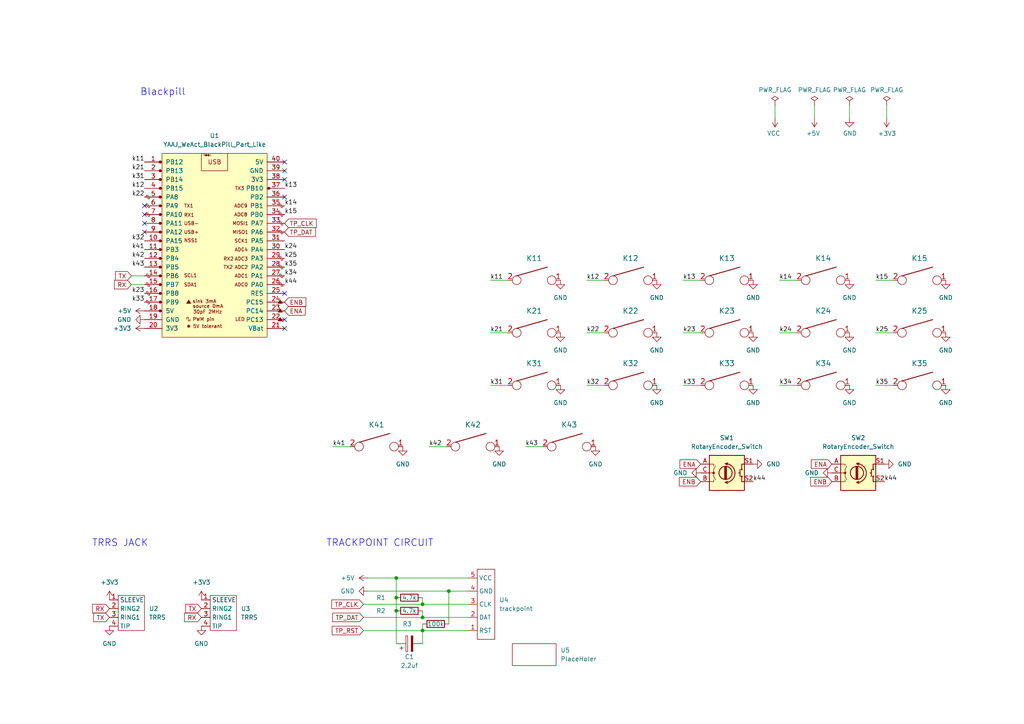
<source format=kicad_sch>
(kicad_sch (version 20211123) (generator eeschema)

  (uuid f03c2832-4c03-496c-8448-b2eb39cafdad)

  (paper "A4")

  (lib_symbols
    (symbol "Device:C_Polarized" (pin_numbers hide) (pin_names (offset 0.254)) (in_bom yes) (on_board yes)
      (property "Reference" "C" (id 0) (at 0.635 2.54 0)
        (effects (font (size 1.27 1.27)) (justify left))
      )
      (property "Value" "C_Polarized" (id 1) (at 0.635 -2.54 0)
        (effects (font (size 1.27 1.27)) (justify left))
      )
      (property "Footprint" "" (id 2) (at 0.9652 -3.81 0)
        (effects (font (size 1.27 1.27)) hide)
      )
      (property "Datasheet" "~" (id 3) (at 0 0 0)
        (effects (font (size 1.27 1.27)) hide)
      )
      (property "ki_keywords" "cap capacitor" (id 4) (at 0 0 0)
        (effects (font (size 1.27 1.27)) hide)
      )
      (property "ki_description" "Polarized capacitor" (id 5) (at 0 0 0)
        (effects (font (size 1.27 1.27)) hide)
      )
      (property "ki_fp_filters" "CP_*" (id 6) (at 0 0 0)
        (effects (font (size 1.27 1.27)) hide)
      )
      (symbol "C_Polarized_0_1"
        (rectangle (start -2.286 0.508) (end 2.286 1.016)
          (stroke (width 0) (type default) (color 0 0 0 0))
          (fill (type none))
        )
        (polyline
          (pts
            (xy -1.778 2.286)
            (xy -0.762 2.286)
          )
          (stroke (width 0) (type default) (color 0 0 0 0))
          (fill (type none))
        )
        (polyline
          (pts
            (xy -1.27 2.794)
            (xy -1.27 1.778)
          )
          (stroke (width 0) (type default) (color 0 0 0 0))
          (fill (type none))
        )
        (rectangle (start 2.286 -0.508) (end -2.286 -1.016)
          (stroke (width 0) (type default) (color 0 0 0 0))
          (fill (type outline))
        )
      )
      (symbol "C_Polarized_1_1"
        (pin passive line (at 0 3.81 270) (length 2.794)
          (name "~" (effects (font (size 1.27 1.27))))
          (number "1" (effects (font (size 1.27 1.27))))
        )
        (pin passive line (at 0 -3.81 90) (length 2.794)
          (name "~" (effects (font (size 1.27 1.27))))
          (number "2" (effects (font (size 1.27 1.27))))
        )
      )
    )
    (symbol "Device:R" (pin_numbers hide) (pin_names (offset 0)) (in_bom yes) (on_board yes)
      (property "Reference" "R" (id 0) (at 2.032 0 90)
        (effects (font (size 1.27 1.27)))
      )
      (property "Value" "R" (id 1) (at 0 0 90)
        (effects (font (size 1.27 1.27)))
      )
      (property "Footprint" "" (id 2) (at -1.778 0 90)
        (effects (font (size 1.27 1.27)) hide)
      )
      (property "Datasheet" "~" (id 3) (at 0 0 0)
        (effects (font (size 1.27 1.27)) hide)
      )
      (property "ki_keywords" "R res resistor" (id 4) (at 0 0 0)
        (effects (font (size 1.27 1.27)) hide)
      )
      (property "ki_description" "Resistor" (id 5) (at 0 0 0)
        (effects (font (size 1.27 1.27)) hide)
      )
      (property "ki_fp_filters" "R_*" (id 6) (at 0 0 0)
        (effects (font (size 1.27 1.27)) hide)
      )
      (symbol "R_0_1"
        (rectangle (start -1.016 -2.54) (end 1.016 2.54)
          (stroke (width 0.254) (type default) (color 0 0 0 0))
          (fill (type none))
        )
      )
      (symbol "R_1_1"
        (pin passive line (at 0 3.81 270) (length 1.27)
          (name "~" (effects (font (size 1.27 1.27))))
          (number "1" (effects (font (size 1.27 1.27))))
        )
        (pin passive line (at 0 -3.81 90) (length 1.27)
          (name "~" (effects (font (size 1.27 1.27))))
          (number "2" (effects (font (size 1.27 1.27))))
        )
      )
    )
    (symbol "Device:RotaryEncoder_Switch" (pin_names (offset 0.254) hide) (in_bom yes) (on_board yes)
      (property "Reference" "SW" (id 0) (at 0 6.604 0)
        (effects (font (size 1.27 1.27)))
      )
      (property "Value" "RotaryEncoder_Switch" (id 1) (at 0 -6.604 0)
        (effects (font (size 1.27 1.27)))
      )
      (property "Footprint" "" (id 2) (at -3.81 4.064 0)
        (effects (font (size 1.27 1.27)) hide)
      )
      (property "Datasheet" "~" (id 3) (at 0 6.604 0)
        (effects (font (size 1.27 1.27)) hide)
      )
      (property "ki_keywords" "rotary switch encoder switch push button" (id 4) (at 0 0 0)
        (effects (font (size 1.27 1.27)) hide)
      )
      (property "ki_description" "Rotary encoder, dual channel, incremental quadrate outputs, with switch" (id 5) (at 0 0 0)
        (effects (font (size 1.27 1.27)) hide)
      )
      (property "ki_fp_filters" "RotaryEncoder*Switch*" (id 6) (at 0 0 0)
        (effects (font (size 1.27 1.27)) hide)
      )
      (symbol "RotaryEncoder_Switch_0_1"
        (rectangle (start -5.08 5.08) (end 5.08 -5.08)
          (stroke (width 0.254) (type default) (color 0 0 0 0))
          (fill (type background))
        )
        (circle (center -3.81 0) (radius 0.254)
          (stroke (width 0) (type default) (color 0 0 0 0))
          (fill (type outline))
        )
        (arc (start -0.381 -2.794) (mid 2.3622 -0.0508) (end -0.381 2.667)
          (stroke (width 0.254) (type default) (color 0 0 0 0))
          (fill (type none))
        )
        (circle (center -0.381 0) (radius 1.905)
          (stroke (width 0.254) (type default) (color 0 0 0 0))
          (fill (type none))
        )
        (polyline
          (pts
            (xy -0.635 -1.778)
            (xy -0.635 1.778)
          )
          (stroke (width 0.254) (type default) (color 0 0 0 0))
          (fill (type none))
        )
        (polyline
          (pts
            (xy -0.381 -1.778)
            (xy -0.381 1.778)
          )
          (stroke (width 0.254) (type default) (color 0 0 0 0))
          (fill (type none))
        )
        (polyline
          (pts
            (xy -0.127 1.778)
            (xy -0.127 -1.778)
          )
          (stroke (width 0.254) (type default) (color 0 0 0 0))
          (fill (type none))
        )
        (polyline
          (pts
            (xy 3.81 0)
            (xy 3.429 0)
          )
          (stroke (width 0.254) (type default) (color 0 0 0 0))
          (fill (type none))
        )
        (polyline
          (pts
            (xy 3.81 1.016)
            (xy 3.81 -1.016)
          )
          (stroke (width 0.254) (type default) (color 0 0 0 0))
          (fill (type none))
        )
        (polyline
          (pts
            (xy -5.08 -2.54)
            (xy -3.81 -2.54)
            (xy -3.81 -2.032)
          )
          (stroke (width 0) (type default) (color 0 0 0 0))
          (fill (type none))
        )
        (polyline
          (pts
            (xy -5.08 2.54)
            (xy -3.81 2.54)
            (xy -3.81 2.032)
          )
          (stroke (width 0) (type default) (color 0 0 0 0))
          (fill (type none))
        )
        (polyline
          (pts
            (xy 0.254 -3.048)
            (xy -0.508 -2.794)
            (xy 0.127 -2.413)
          )
          (stroke (width 0.254) (type default) (color 0 0 0 0))
          (fill (type none))
        )
        (polyline
          (pts
            (xy 0.254 2.921)
            (xy -0.508 2.667)
            (xy 0.127 2.286)
          )
          (stroke (width 0.254) (type default) (color 0 0 0 0))
          (fill (type none))
        )
        (polyline
          (pts
            (xy 5.08 -2.54)
            (xy 4.318 -2.54)
            (xy 4.318 -1.016)
          )
          (stroke (width 0.254) (type default) (color 0 0 0 0))
          (fill (type none))
        )
        (polyline
          (pts
            (xy 5.08 2.54)
            (xy 4.318 2.54)
            (xy 4.318 1.016)
          )
          (stroke (width 0.254) (type default) (color 0 0 0 0))
          (fill (type none))
        )
        (polyline
          (pts
            (xy -5.08 0)
            (xy -3.81 0)
            (xy -3.81 -1.016)
            (xy -3.302 -2.032)
          )
          (stroke (width 0) (type default) (color 0 0 0 0))
          (fill (type none))
        )
        (polyline
          (pts
            (xy -4.318 0)
            (xy -3.81 0)
            (xy -3.81 1.016)
            (xy -3.302 2.032)
          )
          (stroke (width 0) (type default) (color 0 0 0 0))
          (fill (type none))
        )
        (circle (center 4.318 -1.016) (radius 0.127)
          (stroke (width 0.254) (type default) (color 0 0 0 0))
          (fill (type none))
        )
        (circle (center 4.318 1.016) (radius 0.127)
          (stroke (width 0.254) (type default) (color 0 0 0 0))
          (fill (type none))
        )
      )
      (symbol "RotaryEncoder_Switch_1_1"
        (pin passive line (at -7.62 2.54 0) (length 2.54)
          (name "A" (effects (font (size 1.27 1.27))))
          (number "A" (effects (font (size 1.27 1.27))))
        )
        (pin passive line (at -7.62 -2.54 0) (length 2.54)
          (name "B" (effects (font (size 1.27 1.27))))
          (number "B" (effects (font (size 1.27 1.27))))
        )
        (pin passive line (at -7.62 0 0) (length 2.54)
          (name "C" (effects (font (size 1.27 1.27))))
          (number "C" (effects (font (size 1.27 1.27))))
        )
        (pin passive line (at 7.62 2.54 180) (length 2.54)
          (name "S1" (effects (font (size 1.27 1.27))))
          (number "S1" (effects (font (size 1.27 1.27))))
        )
        (pin passive line (at 7.62 -2.54 180) (length 2.54)
          (name "S2" (effects (font (size 1.27 1.27))))
          (number "S2" (effects (font (size 1.27 1.27))))
        )
      )
    )
    (symbol "TRRS_1" (in_bom yes) (on_board yes)
      (property "Reference" "U" (id 0) (at 0 6.35 0)
        (effects (font (size 1.27 1.27)))
      )
      (property "Value" "TRRS_1" (id 1) (at 0 8.89 0)
        (effects (font (size 1.27 1.27)))
      )
      (property "Footprint" "" (id 2) (at 0 6.35 0)
        (effects (font (size 1.27 1.27)) hide)
      )
      (property "Datasheet" "" (id 3) (at 0 6.35 0)
        (effects (font (size 1.27 1.27)) hide)
      )
      (symbol "TRRS_1_0_1"
        (rectangle (start -3.81 5.08) (end 3.81 -5.08)
          (stroke (width 0) (type default) (color 0 0 0 0))
          (fill (type none))
        )
      )
      (symbol "TRRS_1_1_1"
        (pin passive line (at -6.35 3.81 0) (length 2.54)
          (name "SLEEVE" (effects (font (size 1.27 1.27))))
          (number "1" (effects (font (size 1.27 1.27))))
        )
        (pin passive line (at -6.35 1.27 0) (length 2.54)
          (name "RING2" (effects (font (size 1.27 1.27))))
          (number "2" (effects (font (size 1.27 1.27))))
        )
        (pin passive line (at -6.35 -1.27 0) (length 2.54)
          (name "RING1" (effects (font (size 1.27 1.27))))
          (number "3" (effects (font (size 1.27 1.27))))
        )
        (pin passive line (at -6.35 -3.81 0) (length 2.54)
          (name "TIP" (effects (font (size 1.27 1.27))))
          (number "4" (effects (font (size 1.27 1.27))))
        )
      )
    )
    (symbol "YAAJ_WeAct_BlackPill_Part_Like:YAAJ_WeAct_BlackPill_Part_Like" (pin_names (offset 1.016)) (in_bom yes) (on_board yes)
      (property "Reference" "U" (id 0) (at -12.7 27.94 0)
        (effects (font (size 1.27 1.27)))
      )
      (property "Value" "YAAJ_WeAct_BlackPill_Part_Like" (id 1) (at 0 2.54 90)
        (effects (font (size 1.27 1.27)))
      )
      (property "Footprint" "Kicad-STM32:YAAJ_WeAct_BlackPill2" (id 2) (at 0.254 -29.972 0)
        (effects (font (size 1.27 1.27)) hide)
      )
      (property "Datasheet" "" (id 3) (at 17.78 -25.4 0)
        (effects (font (size 1.27 1.27)) hide)
      )
      (property "ki_keywords" "module black pill STM32" (id 4) (at 0 0 0)
        (effects (font (size 1.27 1.27)) hide)
      )
      (property "ki_description" "WeAct STM32F401/F411 Black Pill ; not KLC compliant" (id 5) (at 0 0 0)
        (effects (font (size 1.27 1.27)) hide)
      )
      (symbol "YAAJ_WeAct_BlackPill_Part_Like_0_0"
        (circle (center -15.748 -20.32) (radius 0.3556)
          (stroke (width 0) (type default) (color 0 0 0 0))
          (fill (type outline))
        )
        (circle (center -15.748 -17.78) (radius 0.3556)
          (stroke (width 0) (type default) (color 0 0 0 0))
          (fill (type outline))
        )
        (circle (center -15.748 -15.24) (radius 0.3556)
          (stroke (width 0) (type default) (color 0 0 0 0))
          (fill (type outline))
        )
        (circle (center -15.748 -12.7) (radius 0.3556)
          (stroke (width 0) (type default) (color 0 0 0 0))
          (fill (type outline))
        )
        (circle (center -15.748 -10.16) (radius 0.3556)
          (stroke (width 0) (type default) (color 0 0 0 0))
          (fill (type outline))
        )
        (circle (center -15.748 -7.62) (radius 0.3556)
          (stroke (width 0) (type default) (color 0 0 0 0))
          (fill (type outline))
        )
        (circle (center -15.748 -5.08) (radius 0.3556)
          (stroke (width 0) (type default) (color 0 0 0 0))
          (fill (type outline))
        )
        (circle (center -15.748 -2.54) (radius 0.3556)
          (stroke (width 0) (type default) (color 0 0 0 0))
          (fill (type outline))
        )
        (circle (center -15.748 0) (radius 0.3556)
          (stroke (width 0) (type default) (color 0 0 0 0))
          (fill (type outline))
        )
        (circle (center -15.748 2.54) (radius 0.3556)
          (stroke (width 0) (type default) (color 0 0 0 0))
          (fill (type outline))
        )
        (circle (center -15.748 5.08) (radius 0.3556)
          (stroke (width 0) (type default) (color 0 0 0 0))
          (fill (type outline))
        )
        (circle (center -15.748 7.62) (radius 0.3556)
          (stroke (width 0) (type default) (color 0 0 0 0))
          (fill (type outline))
        )
        (circle (center -15.748 10.16) (radius 0.3556)
          (stroke (width 0) (type default) (color 0 0 0 0))
          (fill (type outline))
        )
        (circle (center -15.748 12.7) (radius 0.3556)
          (stroke (width 0) (type default) (color 0 0 0 0))
          (fill (type outline))
        )
        (circle (center -15.748 15.24) (radius 0.3556)
          (stroke (width 0) (type default) (color 0 0 0 0))
          (fill (type outline))
        )
        (circle (center -15.748 17.78) (radius 0.3556)
          (stroke (width 0) (type default) (color 0 0 0 0))
          (fill (type outline))
        )
        (circle (center -15.748 22.86) (radius 0.3556)
          (stroke (width 0) (type default) (color 0 0 0 0))
          (fill (type outline))
        )
        (circle (center -7.493 -24.765) (radius 0.127)
          (stroke (width 0) (type default) (color 0 0 0 0))
          (fill (type outline))
        )
        (circle (center -7.493 -24.765) (radius 0.254)
          (stroke (width 0) (type default) (color 0 0 0 0))
          (fill (type none))
        )
        (circle (center -7.493 -24.765) (radius 0.3556)
          (stroke (width 0) (type default) (color 0 0 0 0))
          (fill (type none))
        )
        (polyline
          (pts
            (xy -8.128 -18.161)
            (xy -7.493 -17.145)
            (xy -6.858 -18.161)
            (xy -8.128 -18.161)
            (xy -7.493 -17.272)
            (xy -6.985 -18.161)
            (xy -8.001 -18.034)
            (xy -7.493 -17.399)
            (xy -7.112 -18.161)
            (xy -7.874 -17.907)
            (xy -7.366 -17.526)
            (xy -7.239 -18.161)
            (xy -7.747 -17.78)
            (xy -7.239 -17.653)
            (xy -7.366 -18.034)
            (xy -7.62 -17.78)
            (xy -7.366 -17.907)
            (xy -7.493 -17.653)
          )
          (stroke (width 0) (type default) (color 0 0 0 0))
          (fill (type none))
        )
        (polyline
          (pts
            (xy 18.415 -23.241)
            (xy 19.05 -22.225)
            (xy 19.685 -23.241)
            (xy 18.415 -23.241)
            (xy 19.05 -22.352)
            (xy 19.558 -23.241)
            (xy 18.542 -23.114)
            (xy 19.05 -22.479)
            (xy 19.431 -23.241)
            (xy 18.669 -22.987)
            (xy 19.177 -22.606)
            (xy 19.304 -23.241)
            (xy 18.796 -22.86)
            (xy 19.304 -22.733)
            (xy 19.177 -23.114)
            (xy 18.923 -22.86)
            (xy 19.177 -22.987)
            (xy 19.05 -22.733)
          )
          (stroke (width 0) (type default) (color 0 0 0 0))
          (fill (type none))
        )
        (polyline
          (pts
            (xy 18.415 -20.701)
            (xy 19.05 -19.685)
            (xy 19.685 -20.701)
            (xy 18.415 -20.701)
            (xy 19.05 -19.812)
            (xy 19.558 -20.701)
            (xy 18.542 -20.574)
            (xy 19.05 -19.939)
            (xy 19.431 -20.701)
            (xy 18.669 -20.447)
            (xy 19.177 -20.066)
            (xy 19.304 -20.701)
            (xy 18.796 -20.32)
            (xy 19.304 -20.193)
            (xy 19.177 -20.574)
            (xy 18.923 -20.32)
            (xy 19.177 -20.447)
            (xy 19.05 -20.193)
          )
          (stroke (width 0) (type default) (color 0 0 0 0))
          (fill (type none))
        )
        (polyline
          (pts
            (xy 18.415 -18.161)
            (xy 19.05 -17.145)
            (xy 19.685 -18.161)
            (xy 18.415 -18.161)
            (xy 19.05 -17.272)
            (xy 19.558 -18.161)
            (xy 18.542 -18.034)
            (xy 19.05 -17.399)
            (xy 19.431 -18.161)
            (xy 18.669 -17.907)
            (xy 19.177 -17.526)
            (xy 19.304 -18.161)
            (xy 18.796 -17.78)
            (xy 19.304 -17.653)
            (xy 19.177 -18.034)
            (xy 18.923 -17.78)
            (xy 19.177 -17.907)
            (xy 19.05 -17.653)
          )
          (stroke (width 0) (type default) (color 0 0 0 0))
          (fill (type none))
        )
        (circle (center 15.748 15.24) (radius 0.254)
          (stroke (width 0) (type default) (color 0 0 0 0))
          (fill (type outline))
        )
        (circle (center 15.748 15.24) (radius 0.3556)
          (stroke (width 0) (type default) (color 0 0 0 0))
          (fill (type none))
        )
        (text "30pF 2MHz" (at -2.032 -20.574 0)
          (effects (font (size 0.9906 0.9906)))
        )
        (text "5V tolerant" (at -2.032 -24.765 0)
          (effects (font (size 0.9906 0.9906)))
        )
        (text "ADC0" (at 7.747 -12.7 0)
          (effects (font (size 0.9906 0.9906)))
        )
        (text "ADC1" (at 7.747 -10.16 0)
          (effects (font (size 0.9906 0.9906)))
        )
        (text "ADC2" (at 7.747 -7.62 0)
          (effects (font (size 0.9906 0.9906)))
        )
        (text "ADC3" (at 7.747 -5.207 0)
          (effects (font (size 0.9906 0.9906)))
        )
        (text "ADC4" (at 7.747 -2.54 0)
          (effects (font (size 0.9906 0.9906)))
        )
        (text "ADC8" (at 7.62 7.62 0)
          (effects (font (size 0.9906 0.9906)))
        )
        (text "ADC9" (at 7.62 10.16 0)
          (effects (font (size 0.9906 0.9906)))
        )
        (text "LED" (at 7.366 -22.733 0)
          (effects (font (size 0.9906 0.9906)))
        )
        (text "MISO1" (at 7.493 2.54 0)
          (effects (font (size 0.9906 0.9906)))
        )
        (text "MOSI1" (at 7.493 5.08 0)
          (effects (font (size 0.9906 0.9906)))
        )
        (text "NSS1" (at -6.858 0.127 0)
          (effects (font (size 0.9906 0.9906)))
        )
        (text "PWM pin" (at -3.175 -22.733 0)
          (effects (font (size 0.9906 0.9906)))
        )
        (text "RX1" (at -7.366 7.493 0)
          (effects (font (size 0.9906 0.9906)))
        )
        (text "RX2" (at 4.064 -5.207 0)
          (effects (font (size 0.9906 0.9906)))
        )
        (text "SCK1" (at 7.747 0 0)
          (effects (font (size 0.9906 0.9906)))
        )
        (text "SCL1" (at -6.985 -10.033 0)
          (effects (font (size 0.9906 0.9906)))
        )
        (text "SDA1" (at -6.985 -12.7 0)
          (effects (font (size 0.9906 0.9906)))
        )
        (text "sink 3mA" (at -2.921 -17.526 0)
          (effects (font (size 0.9906 0.9906)))
        )
        (text "source 0mA" (at -1.905 -18.923 0)
          (effects (font (size 0.9906 0.9906)))
        )
        (text "TX1" (at -7.493 10.16 0)
          (effects (font (size 0.9906 0.9906)))
        )
        (text "TX2" (at 3.937 -7.62 0)
          (effects (font (size 0.9906 0.9906)))
        )
        (text "TX3" (at 7.239 15.24 0)
          (effects (font (size 0.9906 0.9906)))
        )
        (text "USB" (at 0 22.86 0)
          (effects (font (size 1.27 1.27)))
        )
        (text "USB+" (at -6.731 2.54 0)
          (effects (font (size 0.9906 0.9906)))
        )
        (text "USB-" (at -6.731 5.08 0)
          (effects (font (size 0.9906 0.9906)))
        )
        (text "Y@@J" (at -2.159 24.892 0)
          (effects (font (size 0.508 0.508)))
        )
      )
      (symbol "YAAJ_WeAct_BlackPill_Part_Like_0_1"
        (rectangle (start -15.24 25.4) (end 15.24 -27.94)
          (stroke (width 0) (type default) (color 0 0 0 0))
          (fill (type background))
        )
        (polyline
          (pts
            (xy -18.796 -17.78)
            (xy -18.796 -18.288)
            (xy -19.304 -18.288)
            (xy -19.304 -17.272)
            (xy -19.812 -17.272)
            (xy -19.812 -17.78)
          )
          (stroke (width 0) (type default) (color 0 0 0 0))
          (fill (type none))
        )
        (polyline
          (pts
            (xy -18.796 -15.24)
            (xy -18.796 -15.748)
            (xy -19.304 -15.748)
            (xy -19.304 -14.732)
            (xy -19.812 -14.732)
            (xy -19.812 -15.24)
          )
          (stroke (width 0) (type default) (color 0 0 0 0))
          (fill (type none))
        )
        (polyline
          (pts
            (xy -18.796 -12.7)
            (xy -18.796 -13.208)
            (xy -19.304 -13.208)
            (xy -19.304 -12.192)
            (xy -19.812 -12.192)
            (xy -19.812 -12.7)
          )
          (stroke (width 0) (type default) (color 0 0 0 0))
          (fill (type none))
        )
        (polyline
          (pts
            (xy -18.796 -10.16)
            (xy -18.796 -10.668)
            (xy -19.304 -10.668)
            (xy -19.304 -9.652)
            (xy -19.812 -9.652)
            (xy -19.812 -10.16)
          )
          (stroke (width 0) (type default) (color 0 0 0 0))
          (fill (type none))
        )
        (polyline
          (pts
            (xy -18.796 7.62)
            (xy -18.796 7.112)
            (xy -19.304 7.112)
            (xy -19.304 8.128)
            (xy -19.812 8.128)
            (xy -19.812 7.62)
          )
          (stroke (width 0) (type default) (color 0 0 0 0))
          (fill (type none))
        )
        (polyline
          (pts
            (xy -18.796 10.16)
            (xy -18.796 9.652)
            (xy -19.304 9.652)
            (xy -19.304 10.668)
            (xy -19.812 10.668)
            (xy -19.812 10.16)
          )
          (stroke (width 0) (type default) (color 0 0 0 0))
          (fill (type none))
        )
        (polyline
          (pts
            (xy -18.796 12.7)
            (xy -18.796 12.192)
            (xy -19.304 12.192)
            (xy -19.304 13.208)
            (xy -19.812 13.208)
            (xy -19.812 12.7)
          )
          (stroke (width 0) (type default) (color 0 0 0 0))
          (fill (type none))
        )
        (polyline
          (pts
            (xy -7.112 -22.733)
            (xy -7.112 -23.241)
            (xy -7.62 -23.241)
            (xy -7.62 -22.225)
            (xy -8.128 -22.225)
            (xy -8.128 -22.733)
          )
          (stroke (width 0) (type default) (color 0 0 0 0))
          (fill (type none))
        )
        (polyline
          (pts
            (xy 19.812 -12.7)
            (xy 19.812 -13.208)
            (xy 19.304 -13.208)
            (xy 19.304 -12.192)
            (xy 18.796 -12.192)
            (xy 18.796 -12.7)
          )
          (stroke (width 0) (type default) (color 0 0 0 0))
          (fill (type none))
        )
        (polyline
          (pts
            (xy 19.812 -10.16)
            (xy 19.812 -10.668)
            (xy 19.304 -10.668)
            (xy 19.304 -9.652)
            (xy 18.796 -9.652)
            (xy 18.796 -10.16)
          )
          (stroke (width 0) (type default) (color 0 0 0 0))
          (fill (type none))
        )
        (polyline
          (pts
            (xy 19.812 -7.62)
            (xy 19.812 -8.128)
            (xy 19.304 -8.128)
            (xy 19.304 -7.112)
            (xy 18.796 -7.112)
            (xy 18.796 -7.62)
          )
          (stroke (width 0) (type default) (color 0 0 0 0))
          (fill (type none))
        )
        (polyline
          (pts
            (xy 19.812 -5.08)
            (xy 19.812 -5.588)
            (xy 19.304 -5.588)
            (xy 19.304 -4.572)
            (xy 18.796 -4.572)
            (xy 18.796 -5.08)
          )
          (stroke (width 0) (type default) (color 0 0 0 0))
          (fill (type none))
        )
        (polyline
          (pts
            (xy 19.812 2.54)
            (xy 19.812 2.032)
            (xy 19.304 2.032)
            (xy 19.304 3.048)
            (xy 18.796 3.048)
            (xy 18.796 2.54)
          )
          (stroke (width 0) (type default) (color 0 0 0 0))
          (fill (type none))
        )
        (polyline
          (pts
            (xy 19.812 5.08)
            (xy 19.812 4.572)
            (xy 19.304 4.572)
            (xy 19.304 5.588)
            (xy 18.796 5.588)
            (xy 18.796 5.08)
          )
          (stroke (width 0) (type default) (color 0 0 0 0))
          (fill (type none))
        )
        (polyline
          (pts
            (xy 19.812 7.62)
            (xy 19.812 7.112)
            (xy 19.304 7.112)
            (xy 19.304 8.128)
            (xy 18.796 8.128)
            (xy 18.796 7.62)
          )
          (stroke (width 0) (type default) (color 0 0 0 0))
          (fill (type none))
        )
        (polyline
          (pts
            (xy 19.812 10.16)
            (xy 19.812 9.652)
            (xy 19.304 9.652)
            (xy 19.304 10.668)
            (xy 18.796 10.668)
            (xy 18.796 10.16)
          )
          (stroke (width 0) (type default) (color 0 0 0 0))
          (fill (type none))
        )
        (rectangle (start 3.81 25.4) (end -3.81 20.32)
          (stroke (width 0) (type default) (color 0 0 0 0))
          (fill (type none))
        )
      )
      (symbol "YAAJ_WeAct_BlackPill_Part_Like_1_1"
        (circle (center -15.748 20.32) (radius 0.3556)
          (stroke (width 0) (type default) (color 0 0 0 0))
          (fill (type outline))
        )
        (pin bidirectional line (at -20.32 22.86 0) (length 5.08)
          (name "PB12" (effects (font (size 1.27 1.27))))
          (number "1" (effects (font (size 1.27 1.27))))
        )
        (pin bidirectional line (at -20.32 0 0) (length 5.08)
          (name "PA15" (effects (font (size 1.27 1.27))))
          (number "10" (effects (font (size 1.27 1.27))))
        )
        (pin bidirectional line (at -20.32 -2.54 0) (length 5.08)
          (name "PB3" (effects (font (size 1.27 1.27))))
          (number "11" (effects (font (size 1.27 1.27))))
        )
        (pin bidirectional line (at -20.32 -5.08 0) (length 5.08)
          (name "PB4" (effects (font (size 1.27 1.27))))
          (number "12" (effects (font (size 1.27 1.27))))
        )
        (pin bidirectional line (at -20.32 -7.62 0) (length 5.08)
          (name "PB5" (effects (font (size 1.27 1.27))))
          (number "13" (effects (font (size 1.27 1.27))))
        )
        (pin bidirectional line (at -20.32 -10.16 0) (length 5.08)
          (name "PB6" (effects (font (size 1.27 1.27))))
          (number "14" (effects (font (size 1.27 1.27))))
        )
        (pin bidirectional line (at -20.32 -12.7 0) (length 5.08)
          (name "PB7" (effects (font (size 1.27 1.27))))
          (number "15" (effects (font (size 1.27 1.27))))
        )
        (pin bidirectional line (at -20.32 -15.24 0) (length 5.08)
          (name "PB8" (effects (font (size 1.27 1.27))))
          (number "16" (effects (font (size 1.27 1.27))))
        )
        (pin bidirectional line (at -20.32 -17.78 0) (length 5.08)
          (name "PB9" (effects (font (size 1.27 1.27))))
          (number "17" (effects (font (size 1.27 1.27))))
        )
        (pin power_in line (at -20.32 -20.32 0) (length 5.08)
          (name "5V" (effects (font (size 1.27 1.27))))
          (number "18" (effects (font (size 1.27 1.27))))
        )
        (pin power_in line (at -20.32 -22.86 0) (length 5.08)
          (name "GND" (effects (font (size 1.27 1.27))))
          (number "19" (effects (font (size 1.27 1.27))))
        )
        (pin bidirectional line (at -20.32 20.32 0) (length 5.08)
          (name "PB13" (effects (font (size 1.27 1.27))))
          (number "2" (effects (font (size 1.27 1.27))))
        )
        (pin power_in line (at -20.32 -25.4 0) (length 5.08)
          (name "3V3" (effects (font (size 1.27 1.27))))
          (number "20" (effects (font (size 1.27 1.27))))
        )
        (pin power_in line (at 20.32 -25.4 180) (length 5.08)
          (name "VBat" (effects (font (size 1.27 1.27))))
          (number "21" (effects (font (size 1.27 1.27))))
        )
        (pin bidirectional line (at 20.32 -22.86 180) (length 5.08)
          (name "PC13" (effects (font (size 1.27 1.27))))
          (number "22" (effects (font (size 1.27 1.27))))
        )
        (pin bidirectional line (at 20.32 -20.32 180) (length 5.08)
          (name "PC14" (effects (font (size 1.27 1.27))))
          (number "23" (effects (font (size 1.27 1.27))))
        )
        (pin bidirectional line (at 20.32 -17.78 180) (length 5.08)
          (name "PC15" (effects (font (size 1.27 1.27))))
          (number "24" (effects (font (size 1.27 1.27))))
        )
        (pin input line (at 20.32 -15.24 180) (length 5.08)
          (name "RES" (effects (font (size 1.27 1.27))))
          (number "25" (effects (font (size 1.27 1.27))))
        )
        (pin bidirectional line (at 20.32 -12.7 180) (length 5.08)
          (name "PA0" (effects (font (size 1.27 1.27))))
          (number "26" (effects (font (size 1.27 1.27))))
        )
        (pin bidirectional line (at 20.32 -10.16 180) (length 5.08)
          (name "PA1" (effects (font (size 1.27 1.27))))
          (number "27" (effects (font (size 1.27 1.27))))
        )
        (pin bidirectional line (at 20.32 -7.62 180) (length 5.08)
          (name "PA2" (effects (font (size 1.27 1.27))))
          (number "28" (effects (font (size 1.27 1.27))))
        )
        (pin bidirectional line (at 20.32 -5.08 180) (length 5.08)
          (name "PA3" (effects (font (size 1.27 1.27))))
          (number "29" (effects (font (size 1.27 1.27))))
        )
        (pin bidirectional line (at -20.32 17.78 0) (length 5.08)
          (name "PB14" (effects (font (size 1.27 1.27))))
          (number "3" (effects (font (size 1.27 1.27))))
        )
        (pin bidirectional line (at 20.32 -2.54 180) (length 5.08)
          (name "PA4" (effects (font (size 1.27 1.27))))
          (number "30" (effects (font (size 1.27 1.27))))
        )
        (pin bidirectional line (at 20.32 0 180) (length 5.08)
          (name "PA5" (effects (font (size 1.27 1.27))))
          (number "31" (effects (font (size 1.27 1.27))))
        )
        (pin bidirectional line (at 20.32 2.54 180) (length 5.08)
          (name "PA6" (effects (font (size 1.27 1.27))))
          (number "32" (effects (font (size 1.27 1.27))))
        )
        (pin bidirectional line (at 20.32 5.08 180) (length 5.08)
          (name "PA7" (effects (font (size 1.27 1.27))))
          (number "33" (effects (font (size 1.27 1.27))))
        )
        (pin bidirectional line (at 20.32 7.62 180) (length 5.08)
          (name "PB0" (effects (font (size 1.27 1.27))))
          (number "34" (effects (font (size 1.27 1.27))))
        )
        (pin bidirectional line (at 20.32 10.16 180) (length 5.08)
          (name "PB1" (effects (font (size 1.27 1.27))))
          (number "35" (effects (font (size 1.27 1.27))))
        )
        (pin bidirectional line (at 20.32 12.7 180) (length 5.08)
          (name "PB2" (effects (font (size 1.27 1.27))))
          (number "36" (effects (font (size 1.27 1.27))))
        )
        (pin bidirectional line (at 20.32 15.24 180) (length 5.08)
          (name "PB10" (effects (font (size 1.27 1.27))))
          (number "37" (effects (font (size 1.27 1.27))))
        )
        (pin power_in line (at 20.32 17.78 180) (length 5.08)
          (name "3V3" (effects (font (size 1.27 1.27))))
          (number "38" (effects (font (size 1.27 1.27))))
        )
        (pin power_in line (at 20.32 20.32 180) (length 5.08)
          (name "GND" (effects (font (size 1.27 1.27))))
          (number "39" (effects (font (size 1.27 1.27))))
        )
        (pin bidirectional line (at -20.32 15.24 0) (length 5.08)
          (name "PB15" (effects (font (size 1.27 1.27))))
          (number "4" (effects (font (size 1.27 1.27))))
        )
        (pin power_in line (at 20.32 22.86 180) (length 5.08)
          (name "5V" (effects (font (size 1.27 1.27))))
          (number "40" (effects (font (size 1.27 1.27))))
        )
        (pin bidirectional line (at -20.32 12.7 0) (length 5.08)
          (name "PA8" (effects (font (size 1.27 1.27))))
          (number "5" (effects (font (size 1.27 1.27))))
        )
        (pin bidirectional line (at -20.32 10.16 0) (length 5.08)
          (name "PA9" (effects (font (size 1.27 1.27))))
          (number "6" (effects (font (size 1.27 1.27))))
        )
        (pin bidirectional line (at -20.32 7.62 0) (length 5.08)
          (name "PA10" (effects (font (size 1.27 1.27))))
          (number "7" (effects (font (size 1.27 1.27))))
        )
        (pin bidirectional line (at -20.32 5.08 0) (length 5.08)
          (name "PA11" (effects (font (size 1.27 1.27))))
          (number "8" (effects (font (size 1.27 1.27))))
        )
        (pin bidirectional line (at -20.32 2.54 0) (length 5.08)
          (name "PA12" (effects (font (size 1.27 1.27))))
          (number "9" (effects (font (size 1.27 1.27))))
        )
      )
    )
    (symbol "keyboard_parts:KEYSW" (pin_names (offset 1.016)) (in_bom yes) (on_board yes)
      (property "Reference" "K?" (id 0) (at -1.27 0 0)
        (effects (font (size 1.524 1.524)))
      )
      (property "Value" "KEYSW" (id 1) (at 0 -2.54 0)
        (effects (font (size 1.524 1.524)) hide)
      )
      (property "Footprint" "" (id 2) (at 0 0 0)
        (effects (font (size 1.524 1.524)))
      )
      (property "Datasheet" "" (id 3) (at 0 0 0)
        (effects (font (size 1.524 1.524)))
      )
      (symbol "KEYSW_0_1"
        (circle (center -5.08 0) (radius 1.27)
          (stroke (width 0) (type default) (color 0 0 0 0))
          (fill (type none))
        )
        (polyline
          (pts
            (xy -5.08 1.27)
            (xy 3.81 3.81)
          )
          (stroke (width 0.254) (type default) (color 0 0 0 0))
          (fill (type none))
        )
        (circle (center 5.08 0) (radius 1.27)
          (stroke (width 0) (type default) (color 0 0 0 0))
          (fill (type none))
        )
      )
      (symbol "KEYSW_1_1"
        (pin passive line (at 7.62 0 180) (length 1.27)
          (name "~" (effects (font (size 1.524 1.524))))
          (number "1" (effects (font (size 1.524 1.524))))
        )
        (pin passive line (at -7.62 0 0) (length 1.27)
          (name "~" (effects (font (size 1.524 1.524))))
          (number "2" (effects (font (size 1.524 1.524))))
        )
      )
    )
    (symbol "kwkb:PlaceHoler" (in_bom yes) (on_board yes)
      (property "Reference" "U" (id 0) (at 0 0 0)
        (effects (font (size 1.27 1.27)))
      )
      (property "Value" "PlaceHoler" (id 1) (at 0 -1.27 0)
        (effects (font (size 1.27 1.27)))
      )
      (property "Footprint" "" (id 2) (at 0 0 0)
        (effects (font (size 1.27 1.27)) hide)
      )
      (property "Datasheet" "" (id 3) (at 0 0 0)
        (effects (font (size 1.27 1.27)) hide)
      )
      (symbol "PlaceHoler_0_1"
        (rectangle (start -6.35 2.54) (end 6.35 -3.81)
          (stroke (width 0) (type default) (color 0 0 0 0))
          (fill (type none))
        )
      )
    )
    (symbol "kwkb:TRRS" (in_bom yes) (on_board yes)
      (property "Reference" "U" (id 0) (at 0 6.35 0)
        (effects (font (size 1.27 1.27)))
      )
      (property "Value" "TRRS" (id 1) (at 0 8.89 0)
        (effects (font (size 1.27 1.27)))
      )
      (property "Footprint" "" (id 2) (at 0 6.35 0)
        (effects (font (size 1.27 1.27)) hide)
      )
      (property "Datasheet" "" (id 3) (at 0 6.35 0)
        (effects (font (size 1.27 1.27)) hide)
      )
      (symbol "TRRS_0_1"
        (rectangle (start -3.81 5.08) (end 3.81 -5.08)
          (stroke (width 0) (type default) (color 0 0 0 0))
          (fill (type none))
        )
      )
      (symbol "TRRS_1_1"
        (pin passive line (at -6.35 3.81 0) (length 2.54)
          (name "SLEEVE" (effects (font (size 1.27 1.27))))
          (number "1" (effects (font (size 1.27 1.27))))
        )
        (pin passive line (at -6.35 1.27 0) (length 2.54)
          (name "RING2" (effects (font (size 1.27 1.27))))
          (number "2" (effects (font (size 1.27 1.27))))
        )
        (pin passive line (at -6.35 -1.27 0) (length 2.54)
          (name "RING1" (effects (font (size 1.27 1.27))))
          (number "3" (effects (font (size 1.27 1.27))))
        )
        (pin passive line (at -6.35 -3.81 0) (length 2.54)
          (name "TIP" (effects (font (size 1.27 1.27))))
          (number "4" (effects (font (size 1.27 1.27))))
        )
      )
    )
    (symbol "kwkb:trackpoint" (in_bom yes) (on_board yes)
      (property "Reference" "U" (id 0) (at 0 1.27 0)
        (effects (font (size 1.27 1.27)))
      )
      (property "Value" "trackpoint" (id 1) (at 0 3.81 0)
        (effects (font (size 1.27 1.27)))
      )
      (property "Footprint" "" (id 2) (at 0 0 0)
        (effects (font (size 1.27 1.27)) hide)
      )
      (property "Datasheet" "" (id 3) (at 0 0 0)
        (effects (font (size 1.27 1.27)) hide)
      )
      (symbol "trackpoint_0_1"
        (rectangle (start 2.54 0) (end 7.62 -20.32)
          (stroke (width 0) (type default) (color 0 0 0 0))
          (fill (type none))
        )
      )
      (symbol "trackpoint_1_1"
        (pin passive line (at 0 -17.78 0) (length 2.54)
          (name "RST" (effects (font (size 1.27 1.27))))
          (number "1" (effects (font (size 1.27 1.27))))
        )
        (pin passive line (at 0 -13.97 0) (length 2.54)
          (name "DAT" (effects (font (size 1.27 1.27))))
          (number "2" (effects (font (size 1.27 1.27))))
        )
        (pin passive line (at 0 -10.16 0) (length 2.54)
          (name "CLK" (effects (font (size 1.27 1.27))))
          (number "3" (effects (font (size 1.27 1.27))))
        )
        (pin passive line (at 0 -6.35 0) (length 2.54)
          (name "GND" (effects (font (size 1.27 1.27))))
          (number "4" (effects (font (size 1.27 1.27))))
        )
        (pin passive line (at 0 -2.54 0) (length 2.54)
          (name "VCC" (effects (font (size 1.27 1.27))))
          (number "5" (effects (font (size 1.27 1.27))))
        )
      )
    )
    (symbol "power:+3V3" (power) (pin_names (offset 0)) (in_bom yes) (on_board yes)
      (property "Reference" "#PWR" (id 0) (at 0 -3.81 0)
        (effects (font (size 1.27 1.27)) hide)
      )
      (property "Value" "+3V3" (id 1) (at 0 3.556 0)
        (effects (font (size 1.27 1.27)))
      )
      (property "Footprint" "" (id 2) (at 0 0 0)
        (effects (font (size 1.27 1.27)) hide)
      )
      (property "Datasheet" "" (id 3) (at 0 0 0)
        (effects (font (size 1.27 1.27)) hide)
      )
      (property "ki_keywords" "power-flag" (id 4) (at 0 0 0)
        (effects (font (size 1.27 1.27)) hide)
      )
      (property "ki_description" "Power symbol creates a global label with name \"+3V3\"" (id 5) (at 0 0 0)
        (effects (font (size 1.27 1.27)) hide)
      )
      (symbol "+3V3_0_1"
        (polyline
          (pts
            (xy -0.762 1.27)
            (xy 0 2.54)
          )
          (stroke (width 0) (type default) (color 0 0 0 0))
          (fill (type none))
        )
        (polyline
          (pts
            (xy 0 0)
            (xy 0 2.54)
          )
          (stroke (width 0) (type default) (color 0 0 0 0))
          (fill (type none))
        )
        (polyline
          (pts
            (xy 0 2.54)
            (xy 0.762 1.27)
          )
          (stroke (width 0) (type default) (color 0 0 0 0))
          (fill (type none))
        )
      )
      (symbol "+3V3_1_1"
        (pin power_in line (at 0 0 90) (length 0) hide
          (name "+3V3" (effects (font (size 1.27 1.27))))
          (number "1" (effects (font (size 1.27 1.27))))
        )
      )
    )
    (symbol "power:+5V" (power) (pin_names (offset 0)) (in_bom yes) (on_board yes)
      (property "Reference" "#PWR" (id 0) (at 0 -3.81 0)
        (effects (font (size 1.27 1.27)) hide)
      )
      (property "Value" "+5V" (id 1) (at 0 3.556 0)
        (effects (font (size 1.27 1.27)))
      )
      (property "Footprint" "" (id 2) (at 0 0 0)
        (effects (font (size 1.27 1.27)) hide)
      )
      (property "Datasheet" "" (id 3) (at 0 0 0)
        (effects (font (size 1.27 1.27)) hide)
      )
      (property "ki_keywords" "power-flag" (id 4) (at 0 0 0)
        (effects (font (size 1.27 1.27)) hide)
      )
      (property "ki_description" "Power symbol creates a global label with name \"+5V\"" (id 5) (at 0 0 0)
        (effects (font (size 1.27 1.27)) hide)
      )
      (symbol "+5V_0_1"
        (polyline
          (pts
            (xy -0.762 1.27)
            (xy 0 2.54)
          )
          (stroke (width 0) (type default) (color 0 0 0 0))
          (fill (type none))
        )
        (polyline
          (pts
            (xy 0 0)
            (xy 0 2.54)
          )
          (stroke (width 0) (type default) (color 0 0 0 0))
          (fill (type none))
        )
        (polyline
          (pts
            (xy 0 2.54)
            (xy 0.762 1.27)
          )
          (stroke (width 0) (type default) (color 0 0 0 0))
          (fill (type none))
        )
      )
      (symbol "+5V_1_1"
        (pin power_in line (at 0 0 90) (length 0) hide
          (name "+5V" (effects (font (size 1.27 1.27))))
          (number "1" (effects (font (size 1.27 1.27))))
        )
      )
    )
    (symbol "power:GND" (power) (pin_names (offset 0)) (in_bom yes) (on_board yes)
      (property "Reference" "#PWR" (id 0) (at 0 -6.35 0)
        (effects (font (size 1.27 1.27)) hide)
      )
      (property "Value" "GND" (id 1) (at 0 -3.81 0)
        (effects (font (size 1.27 1.27)))
      )
      (property "Footprint" "" (id 2) (at 0 0 0)
        (effects (font (size 1.27 1.27)) hide)
      )
      (property "Datasheet" "" (id 3) (at 0 0 0)
        (effects (font (size 1.27 1.27)) hide)
      )
      (property "ki_keywords" "power-flag" (id 4) (at 0 0 0)
        (effects (font (size 1.27 1.27)) hide)
      )
      (property "ki_description" "Power symbol creates a global label with name \"GND\" , ground" (id 5) (at 0 0 0)
        (effects (font (size 1.27 1.27)) hide)
      )
      (symbol "GND_0_1"
        (polyline
          (pts
            (xy 0 0)
            (xy 0 -1.27)
            (xy 1.27 -1.27)
            (xy 0 -2.54)
            (xy -1.27 -1.27)
            (xy 0 -1.27)
          )
          (stroke (width 0) (type default) (color 0 0 0 0))
          (fill (type none))
        )
      )
      (symbol "GND_1_1"
        (pin power_in line (at 0 0 270) (length 0) hide
          (name "GND" (effects (font (size 1.27 1.27))))
          (number "1" (effects (font (size 1.27 1.27))))
        )
      )
    )
    (symbol "power:PWR_FLAG" (power) (pin_numbers hide) (pin_names (offset 0) hide) (in_bom yes) (on_board yes)
      (property "Reference" "#FLG" (id 0) (at 0 1.905 0)
        (effects (font (size 1.27 1.27)) hide)
      )
      (property "Value" "PWR_FLAG" (id 1) (at 0 3.81 0)
        (effects (font (size 1.27 1.27)))
      )
      (property "Footprint" "" (id 2) (at 0 0 0)
        (effects (font (size 1.27 1.27)) hide)
      )
      (property "Datasheet" "~" (id 3) (at 0 0 0)
        (effects (font (size 1.27 1.27)) hide)
      )
      (property "ki_keywords" "power-flag" (id 4) (at 0 0 0)
        (effects (font (size 1.27 1.27)) hide)
      )
      (property "ki_description" "Special symbol for telling ERC where power comes from" (id 5) (at 0 0 0)
        (effects (font (size 1.27 1.27)) hide)
      )
      (symbol "PWR_FLAG_0_0"
        (pin power_out line (at 0 0 90) (length 0)
          (name "pwr" (effects (font (size 1.27 1.27))))
          (number "1" (effects (font (size 1.27 1.27))))
        )
      )
      (symbol "PWR_FLAG_0_1"
        (polyline
          (pts
            (xy 0 0)
            (xy 0 1.27)
            (xy -1.016 1.905)
            (xy 0 2.54)
            (xy 1.016 1.905)
            (xy 0 1.27)
          )
          (stroke (width 0) (type default) (color 0 0 0 0))
          (fill (type none))
        )
      )
    )
    (symbol "power:VCC" (power) (pin_names (offset 0)) (in_bom yes) (on_board yes)
      (property "Reference" "#PWR" (id 0) (at 0 -3.81 0)
        (effects (font (size 1.27 1.27)) hide)
      )
      (property "Value" "VCC" (id 1) (at 0 3.81 0)
        (effects (font (size 1.27 1.27)))
      )
      (property "Footprint" "" (id 2) (at 0 0 0)
        (effects (font (size 1.27 1.27)) hide)
      )
      (property "Datasheet" "" (id 3) (at 0 0 0)
        (effects (font (size 1.27 1.27)) hide)
      )
      (property "ki_keywords" "power-flag" (id 4) (at 0 0 0)
        (effects (font (size 1.27 1.27)) hide)
      )
      (property "ki_description" "Power symbol creates a global label with name \"VCC\"" (id 5) (at 0 0 0)
        (effects (font (size 1.27 1.27)) hide)
      )
      (symbol "VCC_0_1"
        (polyline
          (pts
            (xy -0.762 1.27)
            (xy 0 2.54)
          )
          (stroke (width 0) (type default) (color 0 0 0 0))
          (fill (type none))
        )
        (polyline
          (pts
            (xy 0 0)
            (xy 0 2.54)
          )
          (stroke (width 0) (type default) (color 0 0 0 0))
          (fill (type none))
        )
        (polyline
          (pts
            (xy 0 2.54)
            (xy 0.762 1.27)
          )
          (stroke (width 0) (type default) (color 0 0 0 0))
          (fill (type none))
        )
      )
      (symbol "VCC_1_1"
        (pin power_in line (at 0 0 90) (length 0) hide
          (name "VCC" (effects (font (size 1.27 1.27))))
          (number "1" (effects (font (size 1.27 1.27))))
        )
      )
    )
  )

  (junction (at 130.175 171.45) (diameter 0) (color 0 0 0 0)
    (uuid 3a70c911-691b-42f0-a021-1e69da057a11)
  )
  (junction (at 122.555 175.26) (diameter 0) (color 0 0 0 0)
    (uuid 405aef22-e856-4b7d-8f42-0e2e4bf07447)
  )
  (junction (at 114.935 173.355) (diameter 0) (color 0 0 0 0)
    (uuid 448faa1a-f820-4867-a776-43ddfe47884b)
  )
  (junction (at 114.935 177.165) (diameter 0) (color 0 0 0 0)
    (uuid 848b69f0-0c99-4359-b4f5-8886365f7b78)
  )
  (junction (at 122.555 182.88) (diameter 0) (color 0 0 0 0)
    (uuid 8792544a-8621-4f40-b08f-96b2b30c9228)
  )
  (junction (at 114.935 167.64) (diameter 0) (color 0 0 0 0)
    (uuid 87ab6239-4b21-4ed1-ae91-c769fbba82ca)
  )
  (junction (at 122.555 179.07) (diameter 0) (color 0 0 0 0)
    (uuid d3be715b-6af1-438c-8d49-2aec001617f1)
  )

  (no_connect (at 41.91 62.23) (uuid 0bd577ff-c236-49d1-be0c-6879bef4470c))
  (no_connect (at 82.55 95.25) (uuid 1209060f-caeb-41a2-a603-29f4be3c923a))
  (no_connect (at 82.55 85.09) (uuid 2040ae05-78d6-4f85-97aa-aa1a97c40472))
  (no_connect (at 82.55 92.71) (uuid 27d9bf2d-7cb1-4bac-932a-2da7e4d51c60))
  (no_connect (at 82.55 49.53) (uuid 291eb8b0-1b33-4d25-9773-dc5e0cde4147))
  (no_connect (at 82.55 52.07) (uuid 5209fd0e-0362-4490-a5c2-75ac0d224876))
  (no_connect (at 41.91 64.77) (uuid 5abf5218-294e-436f-8e6f-d8b8bc96b96b))
  (no_connect (at 41.91 67.31) (uuid 5d7152ed-7a5a-43db-91f5-7ef9b2345563))
  (no_connect (at 41.91 59.69) (uuid 74ac7a2d-8785-4eb4-bfd2-99e2f40f86f3))
  (no_connect (at 82.55 46.99) (uuid 84959375-fbea-4f8c-ba92-252d10d0ac8a))
  (no_connect (at 82.55 57.15) (uuid 9ebddde6-3ced-4d19-a37f-e969797c9f2a))

  (wire (pts (xy 105.41 182.88) (xy 122.555 182.88))
    (stroke (width 0) (type default) (color 0 0 0 0))
    (uuid 0441cd5d-f1ae-432a-939b-11cbea6020e3)
  )
  (wire (pts (xy 254 96.52) (xy 259.08 96.52))
    (stroke (width 0) (type default) (color 0 0 0 0))
    (uuid 05153785-25d5-4abf-aa86-566ad24f7ebb)
  )
  (wire (pts (xy 198.12 96.52) (xy 203.2 96.52))
    (stroke (width 0) (type default) (color 0 0 0 0))
    (uuid 05af5c83-5505-4a83-b486-1d68fe982380)
  )
  (wire (pts (xy 106.68 167.64) (xy 114.935 167.64))
    (stroke (width 0) (type default) (color 0 0 0 0))
    (uuid 05dd685c-77d0-4353-9ef0-7804fd56f6d5)
  )
  (wire (pts (xy 122.555 177.165) (xy 122.555 179.07))
    (stroke (width 0) (type default) (color 0 0 0 0))
    (uuid 1263356a-5f2e-4215-8fd7-6040dd8d67ca)
  )
  (wire (pts (xy 106.68 171.45) (xy 130.175 171.45))
    (stroke (width 0) (type default) (color 0 0 0 0))
    (uuid 185c6604-5e8d-48d2-bf7f-26fc2b890eae)
  )
  (wire (pts (xy 122.555 173.355) (xy 122.555 175.26))
    (stroke (width 0) (type default) (color 0 0 0 0))
    (uuid 27d4ce3f-4674-4107-8a98-d19787a8bc1f)
  )
  (wire (pts (xy 105.41 179.07) (xy 122.555 179.07))
    (stroke (width 0) (type default) (color 0 0 0 0))
    (uuid 29d7219d-cafd-4109-b13b-e383d30d6298)
  )
  (wire (pts (xy 130.175 171.45) (xy 130.175 180.975))
    (stroke (width 0) (type default) (color 0 0 0 0))
    (uuid 2b9d9afc-588d-4757-8681-8e19e5f2e257)
  )
  (wire (pts (xy 114.935 167.64) (xy 114.935 173.355))
    (stroke (width 0) (type default) (color 0 0 0 0))
    (uuid 3cc1f0fc-517d-433d-8267-b307e5cd6464)
  )
  (wire (pts (xy 246.38 30.48) (xy 246.38 34.29))
    (stroke (width 0) (type default) (color 0 0 0 0))
    (uuid 4972a7f2-782c-4cea-959c-97b204171a61)
  )
  (wire (pts (xy 122.555 179.07) (xy 135.89 179.07))
    (stroke (width 0) (type default) (color 0 0 0 0))
    (uuid 525572e7-ebbf-4c53-bb47-acd5cd169f37)
  )
  (wire (pts (xy 236.22 30.48) (xy 236.22 34.29))
    (stroke (width 0) (type default) (color 0 0 0 0))
    (uuid 650673c1-a948-4521-af13-349851557649)
  )
  (wire (pts (xy 257.175 30.48) (xy 257.175 34.29))
    (stroke (width 0) (type default) (color 0 0 0 0))
    (uuid 684de48d-a075-485e-a3e4-45686dab13f9)
  )
  (wire (pts (xy 254 111.76) (xy 259.08 111.76))
    (stroke (width 0) (type default) (color 0 0 0 0))
    (uuid 6ba260c2-edd0-4bd6-bdba-2c531a21d85f)
  )
  (wire (pts (xy 38.1 80.01) (xy 41.91 80.01))
    (stroke (width 0) (type default) (color 0 0 0 0))
    (uuid 6f881462-d573-4bf8-9d0f-126177bc59f9)
  )
  (wire (pts (xy 38.1 82.55) (xy 41.91 82.55))
    (stroke (width 0) (type default) (color 0 0 0 0))
    (uuid 706901fb-38eb-48db-a72d-9ae66552f179)
  )
  (wire (pts (xy 226.06 96.52) (xy 231.14 96.52))
    (stroke (width 0) (type default) (color 0 0 0 0))
    (uuid 7550460b-415b-4437-aada-6c6e2690da6d)
  )
  (wire (pts (xy 124.46 129.54) (xy 129.54 129.54))
    (stroke (width 0) (type default) (color 0 0 0 0))
    (uuid 7cfbb86c-acc2-48ad-bc19-b4b35a798d52)
  )
  (wire (pts (xy 122.555 180.975) (xy 122.555 182.88))
    (stroke (width 0) (type default) (color 0 0 0 0))
    (uuid 88fb508f-941b-4957-b38c-3ca2ae2ef407)
  )
  (wire (pts (xy 142.24 96.52) (xy 147.32 96.52))
    (stroke (width 0) (type default) (color 0 0 0 0))
    (uuid 9087f60b-08be-43d7-b599-5cacccaad624)
  )
  (wire (pts (xy 142.24 81.28) (xy 147.32 81.28))
    (stroke (width 0) (type default) (color 0 0 0 0))
    (uuid 90acb026-25ad-46ed-9c17-d6e46d206d64)
  )
  (wire (pts (xy 170.18 81.28) (xy 175.26 81.28))
    (stroke (width 0) (type default) (color 0 0 0 0))
    (uuid 9a5dfb44-1c05-41c6-aeef-3c35eb134567)
  )
  (wire (pts (xy 254 81.28) (xy 259.08 81.28))
    (stroke (width 0) (type default) (color 0 0 0 0))
    (uuid 9b255637-32a7-41d3-b88c-f771c3d8898b)
  )
  (wire (pts (xy 226.06 81.28) (xy 231.14 81.28))
    (stroke (width 0) (type default) (color 0 0 0 0))
    (uuid 9e6f66b6-dba2-4899-8b91-33f27068a686)
  )
  (wire (pts (xy 114.935 167.64) (xy 135.89 167.64))
    (stroke (width 0) (type default) (color 0 0 0 0))
    (uuid b003aa35-f777-4505-a8da-103f9aba70e8)
  )
  (wire (pts (xy 198.12 111.76) (xy 203.2 111.76))
    (stroke (width 0) (type default) (color 0 0 0 0))
    (uuid bc9c2816-9901-4f9a-ba6e-fc2f4b659c71)
  )
  (wire (pts (xy 122.555 175.26) (xy 135.89 175.26))
    (stroke (width 0) (type default) (color 0 0 0 0))
    (uuid be41e4f9-afca-45b8-b260-499ffb28c1f4)
  )
  (wire (pts (xy 114.935 177.165) (xy 114.935 186.69))
    (stroke (width 0) (type default) (color 0 0 0 0))
    (uuid befc873e-f87e-4d24-826c-a8febaf7f159)
  )
  (wire (pts (xy 105.41 175.26) (xy 122.555 175.26))
    (stroke (width 0) (type default) (color 0 0 0 0))
    (uuid cc5b1afa-5b12-4530-8dae-44cd7d7aa105)
  )
  (wire (pts (xy 122.555 182.88) (xy 122.555 186.69))
    (stroke (width 0) (type default) (color 0 0 0 0))
    (uuid ce40ebd4-0bbb-4441-81bd-e18d40ff2330)
  )
  (wire (pts (xy 130.175 171.45) (xy 135.89 171.45))
    (stroke (width 0) (type default) (color 0 0 0 0))
    (uuid d0a17c4f-d869-4ed8-bb93-f2c087cfda72)
  )
  (wire (pts (xy 114.935 173.355) (xy 114.935 177.165))
    (stroke (width 0) (type default) (color 0 0 0 0))
    (uuid d5e36220-4d31-4d56-aec5-280871f14b97)
  )
  (wire (pts (xy 142.24 111.76) (xy 147.32 111.76))
    (stroke (width 0) (type default) (color 0 0 0 0))
    (uuid d611aa8d-dd22-4d9a-8cec-8de1ab6935f7)
  )
  (wire (pts (xy 96.52 129.54) (xy 101.6 129.54))
    (stroke (width 0) (type default) (color 0 0 0 0))
    (uuid d914ec7c-d521-422d-b702-5ea7115e8692)
  )
  (wire (pts (xy 152.4 129.54) (xy 157.48 129.54))
    (stroke (width 0) (type default) (color 0 0 0 0))
    (uuid dadb0b02-7d9e-4d80-8da8-f216b79f4a72)
  )
  (wire (pts (xy 198.12 81.28) (xy 203.2 81.28))
    (stroke (width 0) (type default) (color 0 0 0 0))
    (uuid de5ce1e6-1987-4bbc-9444-bedf7313f2e2)
  )
  (wire (pts (xy 224.79 30.48) (xy 224.79 34.29))
    (stroke (width 0) (type default) (color 0 0 0 0))
    (uuid e04af432-9cbe-4546-81ac-0b3fbdae9ef6)
  )
  (wire (pts (xy 170.18 111.76) (xy 175.26 111.76))
    (stroke (width 0) (type default) (color 0 0 0 0))
    (uuid e62db66f-acfd-4db1-b109-cf8e74a22525)
  )
  (wire (pts (xy 226.06 111.76) (xy 231.14 111.76))
    (stroke (width 0) (type default) (color 0 0 0 0))
    (uuid e94b3430-42cd-4749-a679-f3739c350666)
  )
  (wire (pts (xy 170.18 96.52) (xy 175.26 96.52))
    (stroke (width 0) (type default) (color 0 0 0 0))
    (uuid fe1b1b4f-2fc4-45be-a831-2c96eafd8fb8)
  )
  (wire (pts (xy 122.555 182.88) (xy 135.89 182.88))
    (stroke (width 0) (type default) (color 0 0 0 0))
    (uuid ffd1bf90-f648-4160-a458-52ab412cbd19)
  )

  (text "TRRS JACK" (at 26.67 158.75 0)
    (effects (font (size 2 2)) (justify left bottom))
    (uuid 38d95386-dd4d-48eb-a217-2c5119855349)
  )
  (text "Blackpill" (at 40.64 27.94 0)
    (effects (font (size 2 2)) (justify left bottom))
    (uuid 4aa22ac2-6705-4fd3-9947-3e5c12d1bcd1)
  )
  (text "TRACKPOINT CIRCUIT" (at 94.615 158.75 0)
    (effects (font (size 2 2)) (justify left bottom))
    (uuid 7890baaa-e3ac-4527-87d6-fdc9e712e9d4)
  )

  (label "k44" (at 256.54 139.7 0)
    (effects (font (size 1.27 1.27)) (justify left bottom))
    (uuid 03508637-6ab2-4432-8cb5-d9e0d20325da)
  )
  (label "k33" (at 41.91 87.63 180)
    (effects (font (size 1.27 1.27)) (justify right bottom))
    (uuid 080cd277-4d86-4fad-9f3d-90075df3a8bd)
  )
  (label "k41" (at 96.52 129.54 0)
    (effects (font (size 1.27 1.27)) (justify left bottom))
    (uuid 10d5e9ba-ac03-4937-a8ec-499fca350a46)
  )
  (label "k25" (at 82.55 74.93 0)
    (effects (font (size 1.27 1.27)) (justify left bottom))
    (uuid 1dbb46cd-ccf5-4d7d-becc-000267b70fb9)
  )
  (label "k42" (at 124.46 129.54 0)
    (effects (font (size 1.27 1.27)) (justify left bottom))
    (uuid 286b018b-5b71-449b-b032-56e7d234362f)
  )
  (label "k15" (at 254 81.28 0)
    (effects (font (size 1.27 1.27)) (justify left bottom))
    (uuid 2fd24043-1b19-4346-979a-694905fd90b1)
  )
  (label "k23" (at 198.12 96.52 0)
    (effects (font (size 1.27 1.27)) (justify left bottom))
    (uuid 3160d563-23b9-4de0-9337-2d5f2176b7b7)
  )
  (label "k15" (at 82.55 62.23 0)
    (effects (font (size 1.27 1.27)) (justify left bottom))
    (uuid 3c3ea43b-7964-48e3-b9c7-a40ce0646bd1)
  )
  (label "k32" (at 41.91 69.85 180)
    (effects (font (size 1.27 1.27)) (justify right bottom))
    (uuid 4197a4b6-2460-485f-822b-6f5113f46d62)
  )
  (label "k13" (at 82.55 54.61 0)
    (effects (font (size 1.27 1.27)) (justify left bottom))
    (uuid 44c83dc6-f599-4d87-a17c-13f741a91313)
  )
  (label "k31" (at 41.91 52.07 180)
    (effects (font (size 1.27 1.27)) (justify right bottom))
    (uuid 463ae817-0525-4a44-8b38-80d239be35e4)
  )
  (label "k24" (at 226.06 96.52 0)
    (effects (font (size 1.27 1.27)) (justify left bottom))
    (uuid 4680f560-4e77-4674-a455-5346ca701f8f)
  )
  (label "k23" (at 41.91 85.09 180)
    (effects (font (size 1.27 1.27)) (justify right bottom))
    (uuid 499aeb4d-2ff0-4a1d-870a-081e1af956c0)
  )
  (label "k12" (at 170.18 81.28 0)
    (effects (font (size 1.27 1.27)) (justify left bottom))
    (uuid 4fff246b-d753-4908-9643-ab5fa07d9b94)
  )
  (label "k24" (at 82.55 72.39 0)
    (effects (font (size 1.27 1.27)) (justify left bottom))
    (uuid 56c076f6-3df7-4ea4-aa86-5fd8b1ef5e8f)
  )
  (label "k31" (at 142.24 111.76 0)
    (effects (font (size 1.27 1.27)) (justify left bottom))
    (uuid 5e849653-67fa-46dc-91a2-a2ed30a9fd07)
  )
  (label "k21" (at 142.24 96.52 0)
    (effects (font (size 1.27 1.27)) (justify left bottom))
    (uuid 665d581e-aab8-47cc-9588-e41b370880b9)
  )
  (label "k35" (at 254 111.76 0)
    (effects (font (size 1.27 1.27)) (justify left bottom))
    (uuid 76393f1c-b075-4635-aba8-aeb060546b15)
  )
  (label "k44" (at 82.55 82.55 0)
    (effects (font (size 1.27 1.27)) (justify left bottom))
    (uuid 7bc79d29-8e61-430a-84c5-8452ba80e9bd)
  )
  (label "k42" (at 41.91 74.93 180)
    (effects (font (size 1.27 1.27)) (justify right bottom))
    (uuid 86dd1269-2c39-4d14-a6f1-e9c59c6a71d5)
  )
  (label "k14" (at 82.55 59.69 0)
    (effects (font (size 1.27 1.27)) (justify left bottom))
    (uuid 982fe41d-2e3a-45b6-beae-f2438d5d7c65)
  )
  (label "k34" (at 226.06 111.76 0)
    (effects (font (size 1.27 1.27)) (justify left bottom))
    (uuid a16af39b-0fb8-4054-86f8-29260f7aec07)
  )
  (label "k11" (at 41.91 46.99 180)
    (effects (font (size 1.27 1.27)) (justify right bottom))
    (uuid a38cdcaf-d07e-4fc0-aba4-1853852f44ce)
  )
  (label "k21" (at 41.91 49.53 180)
    (effects (font (size 1.27 1.27)) (justify right bottom))
    (uuid a94b1d3a-4a80-4030-bf1b-07976fc6dece)
  )
  (label "k43" (at 152.4 129.54 0)
    (effects (font (size 1.27 1.27)) (justify left bottom))
    (uuid a962762d-9a52-4d53-a075-def262eafc3c)
  )
  (label "k22" (at 41.91 57.15 180)
    (effects (font (size 1.27 1.27)) (justify right bottom))
    (uuid b547bf66-b641-4904-8cbf-c4775ac0e123)
  )
  (label "k44" (at 218.44 139.7 0)
    (effects (font (size 1.27 1.27)) (justify left bottom))
    (uuid b8711e95-bc45-48b9-a554-200cb0c4f293)
  )
  (label "k35" (at 82.55 77.47 0)
    (effects (font (size 1.27 1.27)) (justify left bottom))
    (uuid c147eb2a-18d3-4908-bc11-5e93d6b3cdff)
  )
  (label "k32" (at 170.18 111.76 0)
    (effects (font (size 1.27 1.27)) (justify left bottom))
    (uuid cec28222-2ae1-46a7-96b2-232c7a70d157)
  )
  (label "k12" (at 41.91 54.61 180)
    (effects (font (size 1.27 1.27)) (justify right bottom))
    (uuid d0fdc09e-f714-4f4a-87c2-b64e20366f18)
  )
  (label "k11" (at 142.24 81.28 0)
    (effects (font (size 1.27 1.27)) (justify left bottom))
    (uuid d221926d-face-4d6b-9c08-768ec033e132)
  )
  (label "k34" (at 82.55 80.01 0)
    (effects (font (size 1.27 1.27)) (justify left bottom))
    (uuid ddb4fdbf-8ab4-48fb-a263-53ffdeafc62f)
  )
  (label "k43" (at 41.91 77.47 180)
    (effects (font (size 1.27 1.27)) (justify right bottom))
    (uuid e00bf748-488f-4c4f-8c86-87d70ae919fd)
  )
  (label "k25" (at 254 96.52 0)
    (effects (font (size 1.27 1.27)) (justify left bottom))
    (uuid eb82f11d-a387-4109-80ad-bfa7d2cd8209)
  )
  (label "k41" (at 41.91 72.39 180)
    (effects (font (size 1.27 1.27)) (justify right bottom))
    (uuid f3bbb5f0-e175-481f-aca2-1f3de3774941)
  )
  (label "k14" (at 226.06 81.28 0)
    (effects (font (size 1.27 1.27)) (justify left bottom))
    (uuid f6b71431-b351-4861-ba96-87b9d72af97d)
  )
  (label "k13" (at 198.12 81.28 0)
    (effects (font (size 1.27 1.27)) (justify left bottom))
    (uuid f6e0bd72-eb75-4792-ac14-07a657c2539b)
  )
  (label "k33" (at 198.12 111.76 0)
    (effects (font (size 1.27 1.27)) (justify left bottom))
    (uuid fdad09d1-eff2-4ec2-9f80-be4348f2937f)
  )
  (label "k22" (at 170.18 96.52 0)
    (effects (font (size 1.27 1.27)) (justify left bottom))
    (uuid fe790705-7a57-4ef8-bc67-2bb58d9b729c)
  )

  (global_label "ENA" (shape input) (at 82.55 90.17 0) (fields_autoplaced)
    (effects (font (size 1.27 1.27)) (justify left))
    (uuid 028819e8-0e50-4a6f-b5e9-4ba0e3d51832)
    (property "Intersheet References" "${INTERSHEET_REFS}" (id 0) (at 88.5312 90.0906 0)
      (effects (font (size 1.27 1.27)) (justify left) hide)
    )
  )
  (global_label "RX" (shape input) (at 31.75 176.53 180) (fields_autoplaced)
    (effects (font (size 1.27 1.27)) (justify right))
    (uuid 1f04ea04-6c87-46d4-9a8d-41d07f62c30f)
    (property "Intersheet References" "${INTERSHEET_REFS}" (id 0) (at 26.8574 176.4506 0)
      (effects (font (size 1.27 1.27)) (justify right) hide)
    )
  )
  (global_label "TP_CLK" (shape input) (at 105.41 175.26 180) (fields_autoplaced)
    (effects (font (size 1.27 1.27)) (justify right))
    (uuid 2acf465d-7b45-4ff7-91a1-7197e5bc129f)
    (property "Intersheet References" "${INTERSHEET_REFS}" (id 0) (at 96.2236 175.1806 0)
      (effects (font (size 1.27 1.27)) (justify right) hide)
    )
  )
  (global_label "TP_RST" (shape input) (at 105.41 182.88 180) (fields_autoplaced)
    (effects (font (size 1.27 1.27)) (justify right))
    (uuid 37f570a9-96dd-47b3-95e0-30998455783e)
    (property "Intersheet References" "${INTERSHEET_REFS}" (id 0) (at 96.3445 182.8006 0)
      (effects (font (size 1.27 1.27)) (justify right) hide)
    )
  )
  (global_label "RX" (shape input) (at 38.1 82.55 180) (fields_autoplaced)
    (effects (font (size 1.27 1.27)) (justify right))
    (uuid 3c7a5a81-a375-40af-b29b-3b57b28a8a70)
    (property "Intersheet References" "${INTERSHEET_REFS}" (id 0) (at 33.2074 82.4706 0)
      (effects (font (size 1.27 1.27)) (justify right) hide)
    )
  )
  (global_label "TP_CLK" (shape input) (at 82.55 64.77 0) (fields_autoplaced)
    (effects (font (size 1.27 1.27)) (justify left))
    (uuid 4715e75a-13ba-464d-81e8-f237b8d9a701)
    (property "Intersheet References" "${INTERSHEET_REFS}" (id 0) (at 91.7364 64.8494 0)
      (effects (font (size 1.27 1.27)) (justify left) hide)
    )
  )
  (global_label "ENA" (shape input) (at 203.2 134.62 180) (fields_autoplaced)
    (effects (font (size 1.27 1.27)) (justify right))
    (uuid 591988a1-be18-4c08-b28a-7206b4091979)
    (property "Intersheet References" "${INTERSHEET_REFS}" (id 0) (at 197.2188 134.5406 0)
      (effects (font (size 1.27 1.27)) (justify right) hide)
    )
  )
  (global_label "ENB" (shape input) (at 203.2 139.7 180) (fields_autoplaced)
    (effects (font (size 1.27 1.27)) (justify right))
    (uuid 74122dbc-362a-4fea-bae5-3cdfb73d347e)
    (property "Intersheet References" "${INTERSHEET_REFS}" (id 0) (at 197.0374 139.6206 0)
      (effects (font (size 1.27 1.27)) (justify right) hide)
    )
  )
  (global_label "ENB" (shape input) (at 241.3 139.7 180) (fields_autoplaced)
    (effects (font (size 1.27 1.27)) (justify right))
    (uuid 765a69a4-a446-4c33-982b-a5ef2278a902)
    (property "Intersheet References" "${INTERSHEET_REFS}" (id 0) (at 235.1374 139.6206 0)
      (effects (font (size 1.27 1.27)) (justify right) hide)
    )
  )
  (global_label "RX" (shape input) (at 58.42 179.07 180) (fields_autoplaced)
    (effects (font (size 1.27 1.27)) (justify right))
    (uuid 76c76e72-c207-4b2b-95cf-9047c2322759)
    (property "Intersheet References" "${INTERSHEET_REFS}" (id 0) (at 53.5274 178.9906 0)
      (effects (font (size 1.27 1.27)) (justify right) hide)
    )
  )
  (global_label "TX" (shape input) (at 31.75 179.07 180) (fields_autoplaced)
    (effects (font (size 1.27 1.27)) (justify right))
    (uuid 7b69cfbe-c1ea-44a8-b6eb-191fb1727af7)
    (property "Intersheet References" "${INTERSHEET_REFS}" (id 0) (at 27.1598 178.9906 0)
      (effects (font (size 1.27 1.27)) (justify right) hide)
    )
  )
  (global_label "TP_DAT" (shape input) (at 105.41 179.07 180) (fields_autoplaced)
    (effects (font (size 1.27 1.27)) (justify right))
    (uuid 852cc98b-7c03-465c-8ebc-0ebbe6fdfe94)
    (property "Intersheet References" "${INTERSHEET_REFS}" (id 0) (at 96.4655 178.9906 0)
      (effects (font (size 1.27 1.27)) (justify right) hide)
    )
  )
  (global_label "ENB" (shape input) (at 82.55 87.63 0) (fields_autoplaced)
    (effects (font (size 1.27 1.27)) (justify left))
    (uuid 8c65a8db-1871-444e-807b-2014217e9b8d)
    (property "Intersheet References" "${INTERSHEET_REFS}" (id 0) (at 88.7126 87.5506 0)
      (effects (font (size 1.27 1.27)) (justify left) hide)
    )
  )
  (global_label "TP_DAT" (shape input) (at 82.55 67.31 0) (fields_autoplaced)
    (effects (font (size 1.27 1.27)) (justify left))
    (uuid 8ce47d57-a96a-47b7-bd38-12fb1204c18f)
    (property "Intersheet References" "${INTERSHEET_REFS}" (id 0) (at 91.4945 67.3894 0)
      (effects (font (size 1.27 1.27)) (justify left) hide)
    )
  )
  (global_label "TX" (shape input) (at 38.1 80.01 180) (fields_autoplaced)
    (effects (font (size 1.27 1.27)) (justify right))
    (uuid a581e0dd-7a1f-4476-b8b1-8e0996bfb702)
    (property "Intersheet References" "${INTERSHEET_REFS}" (id 0) (at 33.5098 79.9306 0)
      (effects (font (size 1.27 1.27)) (justify right) hide)
    )
  )
  (global_label "TX" (shape input) (at 58.42 176.53 180) (fields_autoplaced)
    (effects (font (size 1.27 1.27)) (justify right))
    (uuid a5e4b7b0-b078-4b27-8e88-36e41f7e3efe)
    (property "Intersheet References" "${INTERSHEET_REFS}" (id 0) (at 53.8298 176.4506 0)
      (effects (font (size 1.27 1.27)) (justify right) hide)
    )
  )
  (global_label "ENA" (shape input) (at 241.3 134.62 180) (fields_autoplaced)
    (effects (font (size 1.27 1.27)) (justify right))
    (uuid d004274f-01fe-44f2-8020-c309415bba29)
    (property "Intersheet References" "${INTERSHEET_REFS}" (id 0) (at 235.3188 134.5406 0)
      (effects (font (size 1.27 1.27)) (justify right) hide)
    )
  )

  (symbol (lib_id "Device:R") (at 118.745 177.165 90) (unit 1)
    (in_bom yes) (on_board yes)
    (uuid 058e7fb4-825f-4e0c-a528-ffb4c3a26d9d)
    (property "Reference" "R2" (id 0) (at 110.49 177.165 90))
    (property "Value" "4.7k" (id 1) (at 118.745 177.165 90))
    (property "Footprint" "Resistor_SMD:R_1206_3216Metric_Pad1.30x1.75mm_HandSolder" (id 2) (at 118.745 178.943 90)
      (effects (font (size 1.27 1.27)) hide)
    )
    (property "Datasheet" "~" (id 3) (at 118.745 177.165 0)
      (effects (font (size 1.27 1.27)) hide)
    )
    (pin "1" (uuid 3303bad1-a81e-4960-8405-810cb88983c4))
    (pin "2" (uuid 14a91b08-85fe-49ea-9671-5aa84ca0dcfd))
  )

  (symbol (lib_id "power:GND") (at 256.54 134.62 90) (unit 1)
    (in_bom yes) (on_board yes) (fields_autoplaced)
    (uuid 05c84d41-a311-48f8-96d2-1f7e126fc755)
    (property "Reference" "#PWR012" (id 0) (at 262.89 134.62 0)
      (effects (font (size 1.27 1.27)) hide)
    )
    (property "Value" "GND" (id 1) (at 260.35 134.6199 90)
      (effects (font (size 1.27 1.27)) (justify right))
    )
    (property "Footprint" "" (id 2) (at 256.54 134.62 0)
      (effects (font (size 1.27 1.27)) hide)
    )
    (property "Datasheet" "" (id 3) (at 256.54 134.62 0)
      (effects (font (size 1.27 1.27)) hide)
    )
    (pin "1" (uuid 659f9512-bf35-473d-a993-0e6c5fe0700a))
  )

  (symbol (lib_id "power:GND") (at 31.75 181.61 0) (unit 1)
    (in_bom yes) (on_board yes) (fields_autoplaced)
    (uuid 0d2c2ba0-6478-4360-8102-a9a4e1944e24)
    (property "Reference" "#PWR02" (id 0) (at 31.75 187.96 0)
      (effects (font (size 1.27 1.27)) hide)
    )
    (property "Value" "GND" (id 1) (at 31.75 186.69 0))
    (property "Footprint" "" (id 2) (at 31.75 181.61 0)
      (effects (font (size 1.27 1.27)) hide)
    )
    (property "Datasheet" "" (id 3) (at 31.75 181.61 0)
      (effects (font (size 1.27 1.27)) hide)
    )
    (pin "1" (uuid f05b7bb1-e441-44d6-bf14-51ff1d70b9a4))
  )

  (symbol (lib_id "power:GND") (at 274.32 81.28 0) (unit 1)
    (in_bom yes) (on_board yes) (fields_autoplaced)
    (uuid 11aa6f2a-e668-407e-8fc1-eee80f0d9dcd)
    (property "Reference" "#PWR0119" (id 0) (at 274.32 87.63 0)
      (effects (font (size 1.27 1.27)) hide)
    )
    (property "Value" "GND" (id 1) (at 274.32 86.36 0))
    (property "Footprint" "" (id 2) (at 274.32 81.28 0)
      (effects (font (size 1.27 1.27)) hide)
    )
    (property "Datasheet" "" (id 3) (at 274.32 81.28 0)
      (effects (font (size 1.27 1.27)) hide)
    )
    (pin "1" (uuid db50f9ff-052e-4006-b4b2-08ce1b8ebb90))
  )

  (symbol (lib_id "power:GND") (at 246.38 96.52 0) (unit 1)
    (in_bom yes) (on_board yes) (fields_autoplaced)
    (uuid 15525c44-3aa7-496a-8ceb-bf4d7005577f)
    (property "Reference" "#PWR0115" (id 0) (at 246.38 102.87 0)
      (effects (font (size 1.27 1.27)) hide)
    )
    (property "Value" "GND" (id 1) (at 246.38 101.6 0))
    (property "Footprint" "" (id 2) (at 246.38 96.52 0)
      (effects (font (size 1.27 1.27)) hide)
    )
    (property "Datasheet" "" (id 3) (at 246.38 96.52 0)
      (effects (font (size 1.27 1.27)) hide)
    )
    (pin "1" (uuid f4d08287-5abb-4119-8600-a9292bda0b91))
  )

  (symbol (lib_id "power:GND") (at 218.44 111.76 0) (unit 1)
    (in_bom yes) (on_board yes) (fields_autoplaced)
    (uuid 16f0be22-81a6-429e-be1c-298fa623218e)
    (property "Reference" "#PWR0133" (id 0) (at 218.44 118.11 0)
      (effects (font (size 1.27 1.27)) hide)
    )
    (property "Value" "GND" (id 1) (at 218.44 116.84 0))
    (property "Footprint" "" (id 2) (at 218.44 111.76 0)
      (effects (font (size 1.27 1.27)) hide)
    )
    (property "Datasheet" "" (id 3) (at 218.44 111.76 0)
      (effects (font (size 1.27 1.27)) hide)
    )
    (pin "1" (uuid ee0973a7-6d70-4e0b-9069-1fce4044fe44))
  )

  (symbol (lib_id "power:PWR_FLAG") (at 224.79 30.48 0) (unit 1)
    (in_bom yes) (on_board yes)
    (uuid 17223c54-39ed-41e0-9b24-e63d3a6b1763)
    (property "Reference" "#U0101" (id 0) (at 224.79 28.575 0)
      (effects (font (size 1.27 1.27)) hide)
    )
    (property "Value" "PWR_FLAG" (id 1) (at 224.79 26.0858 0))
    (property "Footprint" "" (id 2) (at 224.79 30.48 0)
      (effects (font (size 1.27 1.27)) hide)
    )
    (property "Datasheet" "~" (id 3) (at 224.79 30.48 0)
      (effects (font (size 1.27 1.27)) hide)
    )
    (pin "1" (uuid e6ace8c6-87ac-4153-b3b5-95d8370e7de9))
  )

  (symbol (lib_id "power:GND") (at 274.32 111.76 0) (unit 1)
    (in_bom yes) (on_board yes) (fields_autoplaced)
    (uuid 1bc5a8e2-cdb1-4209-9372-6635b713e98b)
    (property "Reference" "#PWR0116" (id 0) (at 274.32 118.11 0)
      (effects (font (size 1.27 1.27)) hide)
    )
    (property "Value" "GND" (id 1) (at 274.32 116.84 0))
    (property "Footprint" "" (id 2) (at 274.32 111.76 0)
      (effects (font (size 1.27 1.27)) hide)
    )
    (property "Datasheet" "" (id 3) (at 274.32 111.76 0)
      (effects (font (size 1.27 1.27)) hide)
    )
    (pin "1" (uuid e0c869e6-90c9-403c-a776-6625c6664d33))
  )

  (symbol (lib_id "Device:RotaryEncoder_Switch") (at 210.82 137.16 0) (unit 1)
    (in_bom yes) (on_board yes) (fields_autoplaced)
    (uuid 1d095d65-ab42-481a-a9ed-ba71aa2d59a8)
    (property "Reference" "SW1" (id 0) (at 210.82 127 0))
    (property "Value" "RotaryEncoder_Switch" (id 1) (at 210.82 129.54 0))
    (property "Footprint" "Keebio-Parts:RotaryEncoder_EC11-no-legs" (id 2) (at 207.01 133.096 0)
      (effects (font (size 1.27 1.27)) hide)
    )
    (property "Datasheet" "~" (id 3) (at 210.82 130.556 0)
      (effects (font (size 1.27 1.27)) hide)
    )
    (pin "A" (uuid 9b71ce71-a8fa-4dc9-a7e9-58381e6a18a5))
    (pin "B" (uuid a0c44350-c405-497d-a3f4-fd0ba297202e))
    (pin "C" (uuid 8702fcdf-5528-4430-a8f8-983fb25132f2))
    (pin "S1" (uuid 2f8e5329-2d51-4a4f-bf4f-563d4bdc6155))
    (pin "S2" (uuid c1893b53-3cb8-4402-962d-507ec4ead92b))
  )

  (symbol (lib_id "power:GND") (at 246.38 34.29 0) (unit 1)
    (in_bom yes) (on_board yes)
    (uuid 23e08f36-23f5-4cfb-a348-846405b1ff74)
    (property "Reference" "#PWR0107" (id 0) (at 246.38 40.64 0)
      (effects (font (size 1.27 1.27)) hide)
    )
    (property "Value" "GND" (id 1) (at 246.507 38.6842 0))
    (property "Footprint" "" (id 2) (at 246.38 34.29 0)
      (effects (font (size 1.27 1.27)) hide)
    )
    (property "Datasheet" "" (id 3) (at 246.38 34.29 0)
      (effects (font (size 1.27 1.27)) hide)
    )
    (pin "1" (uuid 1b871640-289b-4bad-8279-fa3584e23c4a))
  )

  (symbol (lib_id "keyboard_parts:KEYSW") (at 182.88 111.76 0) (unit 1)
    (in_bom yes) (on_board yes) (fields_autoplaced)
    (uuid 26077672-5359-4a0c-8aac-982871de8baf)
    (property "Reference" "K32" (id 0) (at 182.88 105.41 0)
      (effects (font (size 1.524 1.524)))
    )
    (property "Value" "KEYSW" (id 1) (at 182.88 114.3 0)
      (effects (font (size 1.524 1.524)) hide)
    )
    (property "Footprint" "kwkb-footprint:Mx-Choc-Reversible" (id 2) (at 182.88 111.76 0)
      (effects (font (size 1.524 1.524)) hide)
    )
    (property "Datasheet" "" (id 3) (at 182.88 111.76 0)
      (effects (font (size 1.524 1.524)))
    )
    (pin "1" (uuid 0606b888-891e-4209-a81e-ced1a16b76ee))
    (pin "2" (uuid 64fb3d8d-9cf4-4a7a-9835-248f711fb547))
  )

  (symbol (lib_id "power:GND") (at 58.42 181.61 0) (unit 1)
    (in_bom yes) (on_board yes) (fields_autoplaced)
    (uuid 288b3b24-ec90-4f6f-9b14-3978f616fa37)
    (property "Reference" "#PWR06" (id 0) (at 58.42 187.96 0)
      (effects (font (size 1.27 1.27)) hide)
    )
    (property "Value" "GND" (id 1) (at 58.42 186.69 0))
    (property "Footprint" "" (id 2) (at 58.42 181.61 0)
      (effects (font (size 1.27 1.27)) hide)
    )
    (property "Datasheet" "" (id 3) (at 58.42 181.61 0)
      (effects (font (size 1.27 1.27)) hide)
    )
    (pin "1" (uuid efcba6b6-02b3-4a9e-bc67-d14ae7a17566))
  )

  (symbol (lib_id "power:GND") (at 162.56 81.28 0) (unit 1)
    (in_bom yes) (on_board yes) (fields_autoplaced)
    (uuid 2cd31367-121b-4eac-b7ae-ebf9ba0f2d11)
    (property "Reference" "#PWR0122" (id 0) (at 162.56 87.63 0)
      (effects (font (size 1.27 1.27)) hide)
    )
    (property "Value" "GND" (id 1) (at 162.56 86.36 0))
    (property "Footprint" "" (id 2) (at 162.56 81.28 0)
      (effects (font (size 1.27 1.27)) hide)
    )
    (property "Datasheet" "" (id 3) (at 162.56 81.28 0)
      (effects (font (size 1.27 1.27)) hide)
    )
    (pin "1" (uuid 29417982-3611-492d-87cb-d44f2c8295a2))
  )

  (symbol (lib_id "keyboard_parts:KEYSW") (at 266.7 111.76 0) (unit 1)
    (in_bom yes) (on_board yes) (fields_autoplaced)
    (uuid 32f979a8-aa11-4b96-b6e3-535a15e8c72f)
    (property "Reference" "K35" (id 0) (at 266.7 105.41 0)
      (effects (font (size 1.524 1.524)))
    )
    (property "Value" "KEYSW" (id 1) (at 266.7 114.3 0)
      (effects (font (size 1.524 1.524)) hide)
    )
    (property "Footprint" "kwkb-footprint:Mx-Choc-Reversible" (id 2) (at 266.7 111.76 0)
      (effects (font (size 1.524 1.524)) hide)
    )
    (property "Datasheet" "" (id 3) (at 266.7 111.76 0)
      (effects (font (size 1.524 1.524)))
    )
    (pin "1" (uuid 3764e160-f566-4d21-8d41-0bce362f7c7e))
    (pin "2" (uuid e26c52d7-cef1-4a68-b22c-a2f4e14b64e2))
  )

  (symbol (lib_id "power:PWR_FLAG") (at 236.22 30.48 0) (unit 1)
    (in_bom yes) (on_board yes)
    (uuid 3887bc4a-6c5a-42fe-8594-0deb0a53b573)
    (property "Reference" "#U0102" (id 0) (at 236.22 28.575 0)
      (effects (font (size 1.27 1.27)) hide)
    )
    (property "Value" "PWR_FLAG" (id 1) (at 236.22 26.0858 0))
    (property "Footprint" "" (id 2) (at 236.22 30.48 0)
      (effects (font (size 1.27 1.27)) hide)
    )
    (property "Datasheet" "~" (id 3) (at 236.22 30.48 0)
      (effects (font (size 1.27 1.27)) hide)
    )
    (pin "1" (uuid ce9a3b37-2e0e-411b-8bd8-3ebc76968b4b))
  )

  (symbol (lib_id "keyboard_parts:KEYSW") (at 238.76 96.52 0) (unit 1)
    (in_bom yes) (on_board yes) (fields_autoplaced)
    (uuid 3a55d6b7-f9ed-4c50-b66d-263662654bae)
    (property "Reference" "K24" (id 0) (at 238.76 90.17 0)
      (effects (font (size 1.524 1.524)))
    )
    (property "Value" "KEYSW" (id 1) (at 238.76 99.06 0)
      (effects (font (size 1.524 1.524)) hide)
    )
    (property "Footprint" "kwkb-footprint:Mx-Choc-Reversible" (id 2) (at 238.76 96.52 0)
      (effects (font (size 1.524 1.524)) hide)
    )
    (property "Datasheet" "" (id 3) (at 238.76 96.52 0)
      (effects (font (size 1.524 1.524)))
    )
    (pin "1" (uuid d2bd1ab6-5788-43fe-a334-81041ffd1558))
    (pin "2" (uuid 49355474-4659-4a05-8859-e25b676065a9))
  )

  (symbol (lib_id "Device:RotaryEncoder_Switch") (at 248.92 137.16 0) (unit 1)
    (in_bom yes) (on_board yes) (fields_autoplaced)
    (uuid 3a6c8f40-fd54-4cfb-af3a-88db1915ff51)
    (property "Reference" "SW2" (id 0) (at 248.92 127 0))
    (property "Value" "RotaryEncoder_Switch" (id 1) (at 248.92 129.54 0))
    (property "Footprint" "Keebio-Parts:RotaryEncoder_EC11-no-legs" (id 2) (at 245.11 133.096 0)
      (effects (font (size 1.27 1.27)) hide)
    )
    (property "Datasheet" "~" (id 3) (at 248.92 130.556 0)
      (effects (font (size 1.27 1.27)) hide)
    )
    (pin "A" (uuid baca5a84-d2ea-4d9a-ac0a-5e835b9bc36d))
    (pin "B" (uuid fc73eb56-6598-4bd8-af1b-81889fed146a))
    (pin "C" (uuid 2dcb2009-99ef-4f1e-a725-1e08c88c4e67))
    (pin "S1" (uuid f412e8f0-b010-49ea-b557-d6ce655904d0))
    (pin "S2" (uuid 9fc3dbfb-54aa-425c-ae2c-f8dd975ea22b))
  )

  (symbol (lib_id "power:+5V") (at 41.91 90.17 90) (unit 1)
    (in_bom yes) (on_board yes)
    (uuid 3f39d05d-a786-48bd-8d16-52a1a63915e3)
    (property "Reference" "#PWR03" (id 0) (at 45.72 90.17 0)
      (effects (font (size 1.27 1.27)) hide)
    )
    (property "Value" "+5V" (id 1) (at 38.1 90.1699 90)
      (effects (font (size 1.27 1.27)) (justify left))
    )
    (property "Footprint" "" (id 2) (at 41.91 90.17 0)
      (effects (font (size 1.27 1.27)) hide)
    )
    (property "Datasheet" "" (id 3) (at 41.91 90.17 0)
      (effects (font (size 1.27 1.27)) hide)
    )
    (pin "1" (uuid c9bbae81-9df4-4d8f-8f82-2f5d253e7da4))
  )

  (symbol (lib_id "power:GND") (at 246.38 81.28 0) (unit 1)
    (in_bom yes) (on_board yes) (fields_autoplaced)
    (uuid 429a194b-285d-4670-843c-e81163198ed9)
    (property "Reference" "#PWR0111" (id 0) (at 246.38 87.63 0)
      (effects (font (size 1.27 1.27)) hide)
    )
    (property "Value" "GND" (id 1) (at 246.38 86.36 0))
    (property "Footprint" "" (id 2) (at 246.38 81.28 0)
      (effects (font (size 1.27 1.27)) hide)
    )
    (property "Datasheet" "" (id 3) (at 246.38 81.28 0)
      (effects (font (size 1.27 1.27)) hide)
    )
    (pin "1" (uuid 40ac52b6-ec39-4f5d-bab7-ef090400c3a7))
  )

  (symbol (lib_id "power:GND") (at 274.32 96.52 0) (unit 1)
    (in_bom yes) (on_board yes) (fields_autoplaced)
    (uuid 42f5c6de-5f06-425d-89d5-4fecc4b83cfe)
    (property "Reference" "#PWR0118" (id 0) (at 274.32 102.87 0)
      (effects (font (size 1.27 1.27)) hide)
    )
    (property "Value" "GND" (id 1) (at 274.32 101.6 0))
    (property "Footprint" "" (id 2) (at 274.32 96.52 0)
      (effects (font (size 1.27 1.27)) hide)
    )
    (property "Datasheet" "" (id 3) (at 274.32 96.52 0)
      (effects (font (size 1.27 1.27)) hide)
    )
    (pin "1" (uuid 3a4c84fe-3d20-456f-a105-9496f447f3e9))
  )

  (symbol (lib_id "power:GND") (at 162.56 111.76 0) (unit 1)
    (in_bom yes) (on_board yes) (fields_autoplaced)
    (uuid 45881180-df36-4a03-805b-594973eca48c)
    (property "Reference" "#PWR0123" (id 0) (at 162.56 118.11 0)
      (effects (font (size 1.27 1.27)) hide)
    )
    (property "Value" "GND" (id 1) (at 162.56 116.84 0))
    (property "Footprint" "" (id 2) (at 162.56 111.76 0)
      (effects (font (size 1.27 1.27)) hide)
    )
    (property "Datasheet" "" (id 3) (at 162.56 111.76 0)
      (effects (font (size 1.27 1.27)) hide)
    )
    (pin "1" (uuid baac69e9-67e2-44eb-9ed9-d94284756517))
  )

  (symbol (lib_id "power:GND") (at 162.56 96.52 0) (unit 1)
    (in_bom yes) (on_board yes) (fields_autoplaced)
    (uuid 4a435b9f-cf57-4822-8ee3-20382248e73f)
    (property "Reference" "#PWR0125" (id 0) (at 162.56 102.87 0)
      (effects (font (size 1.27 1.27)) hide)
    )
    (property "Value" "GND" (id 1) (at 162.56 101.6 0))
    (property "Footprint" "" (id 2) (at 162.56 96.52 0)
      (effects (font (size 1.27 1.27)) hide)
    )
    (property "Datasheet" "" (id 3) (at 162.56 96.52 0)
      (effects (font (size 1.27 1.27)) hide)
    )
    (pin "1" (uuid 673f1413-4e4a-480c-8e86-c8bfa5dbaf93))
  )

  (symbol (lib_id "keyboard_parts:KEYSW") (at 210.82 96.52 0) (unit 1)
    (in_bom yes) (on_board yes) (fields_autoplaced)
    (uuid 4b7f5e54-75dc-4a13-98c3-a9cf50e5a635)
    (property "Reference" "K23" (id 0) (at 210.82 90.17 0)
      (effects (font (size 1.524 1.524)))
    )
    (property "Value" "KEYSW" (id 1) (at 210.82 99.06 0)
      (effects (font (size 1.524 1.524)) hide)
    )
    (property "Footprint" "kwkb-footprint:Mx-Choc-Reversible" (id 2) (at 210.82 96.52 0)
      (effects (font (size 1.524 1.524)) hide)
    )
    (property "Datasheet" "" (id 3) (at 210.82 96.52 0)
      (effects (font (size 1.524 1.524)))
    )
    (pin "1" (uuid b315383c-158b-43f9-afb3-04656af808c0))
    (pin "2" (uuid 1c14a343-9ce2-42fc-911b-beae30a7c1d7))
  )

  (symbol (lib_id "power:GND") (at 246.38 111.76 0) (unit 1)
    (in_bom yes) (on_board yes) (fields_autoplaced)
    (uuid 4d7fd1df-7a69-458a-97b3-54d1800d6595)
    (property "Reference" "#PWR0117" (id 0) (at 246.38 118.11 0)
      (effects (font (size 1.27 1.27)) hide)
    )
    (property "Value" "GND" (id 1) (at 246.38 116.84 0))
    (property "Footprint" "" (id 2) (at 246.38 111.76 0)
      (effects (font (size 1.27 1.27)) hide)
    )
    (property "Datasheet" "" (id 3) (at 246.38 111.76 0)
      (effects (font (size 1.27 1.27)) hide)
    )
    (pin "1" (uuid 0a4c464b-86d6-44b3-bd4a-c8b78f735f38))
  )

  (symbol (lib_id "power:GND") (at 241.3 137.16 270) (unit 1)
    (in_bom yes) (on_board yes) (fields_autoplaced)
    (uuid 5286f126-9c83-4e7a-a786-f2355a5cf012)
    (property "Reference" "#PWR011" (id 0) (at 234.95 137.16 0)
      (effects (font (size 1.27 1.27)) hide)
    )
    (property "Value" "GND" (id 1) (at 237.49 137.1599 90)
      (effects (font (size 1.27 1.27)) (justify right))
    )
    (property "Footprint" "" (id 2) (at 241.3 137.16 0)
      (effects (font (size 1.27 1.27)) hide)
    )
    (property "Datasheet" "" (id 3) (at 241.3 137.16 0)
      (effects (font (size 1.27 1.27)) hide)
    )
    (pin "1" (uuid 2331e416-e935-479c-ae12-c566c6d34703))
  )

  (symbol (lib_id "power:VCC") (at 224.79 34.29 180) (unit 1)
    (in_bom yes) (on_board yes)
    (uuid 536c377a-0c94-4f3f-8bac-1375e6401027)
    (property "Reference" "#PWR0106" (id 0) (at 224.79 30.48 0)
      (effects (font (size 1.27 1.27)) hide)
    )
    (property "Value" "VCC" (id 1) (at 224.409 38.6842 0))
    (property "Footprint" "" (id 2) (at 224.79 34.29 0)
      (effects (font (size 1.27 1.27)) hide)
    )
    (property "Datasheet" "" (id 3) (at 224.79 34.29 0)
      (effects (font (size 1.27 1.27)) hide)
    )
    (pin "1" (uuid 583567be-d58f-40bd-b827-65d1230fce2e))
  )

  (symbol (lib_id "keyboard_parts:KEYSW") (at 109.22 129.54 0) (unit 1)
    (in_bom yes) (on_board yes) (fields_autoplaced)
    (uuid 5586d94a-c4c7-4cf1-8432-159b57b96d3f)
    (property "Reference" "K41" (id 0) (at 109.22 123.19 0)
      (effects (font (size 1.524 1.524)))
    )
    (property "Value" "KEYSW" (id 1) (at 109.22 132.08 0)
      (effects (font (size 1.524 1.524)) hide)
    )
    (property "Footprint" "kwkb-footprint:Mx-Choc-Reversible" (id 2) (at 109.22 129.54 0)
      (effects (font (size 1.524 1.524)) hide)
    )
    (property "Datasheet" "" (id 3) (at 109.22 129.54 0)
      (effects (font (size 1.524 1.524)))
    )
    (pin "1" (uuid 03e64b86-750c-40b6-90f4-050aa6e91250))
    (pin "2" (uuid b7e2bf66-d333-48a2-aaa1-521e1c6f4934))
  )

  (symbol (lib_id "Device:C_Polarized") (at 118.745 186.69 90) (unit 1)
    (in_bom yes) (on_board yes)
    (uuid 56513fcd-bd22-4256-823f-44356ce7c3c2)
    (property "Reference" "C1" (id 0) (at 118.745 190.5 90))
    (property "Value" "2.2uf" (id 1) (at 118.745 193.04 90))
    (property "Footprint" "Capacitor_SMD:C_1206_3216Metric_Pad1.33x1.80mm_HandSolder" (id 2) (at 122.555 185.7248 0)
      (effects (font (size 1.27 1.27)) hide)
    )
    (property "Datasheet" "~" (id 3) (at 118.745 186.69 0)
      (effects (font (size 1.27 1.27)) hide)
    )
    (pin "1" (uuid ce24c96d-f5ec-4a84-b54b-23047d4865a5))
    (pin "2" (uuid 0ac4bd96-400d-4d74-b8a4-f4e10595ef40))
  )

  (symbol (lib_id "power:GND") (at 172.72 129.54 0) (unit 1)
    (in_bom yes) (on_board yes) (fields_autoplaced)
    (uuid 59834ef4-04e0-4e0e-a150-9bedcb98bee1)
    (property "Reference" "#PWR0124" (id 0) (at 172.72 135.89 0)
      (effects (font (size 1.27 1.27)) hide)
    )
    (property "Value" "GND" (id 1) (at 172.72 134.62 0))
    (property "Footprint" "" (id 2) (at 172.72 129.54 0)
      (effects (font (size 1.27 1.27)) hide)
    )
    (property "Datasheet" "" (id 3) (at 172.72 129.54 0)
      (effects (font (size 1.27 1.27)) hide)
    )
    (pin "1" (uuid e70e8dbf-29d8-43eb-8533-11b91467c0a3))
  )

  (symbol (lib_id "keyboard_parts:KEYSW") (at 182.88 81.28 0) (unit 1)
    (in_bom yes) (on_board yes) (fields_autoplaced)
    (uuid 62c76994-3974-4875-b4d1-131f2e728dd5)
    (property "Reference" "K12" (id 0) (at 182.88 74.93 0)
      (effects (font (size 1.524 1.524)))
    )
    (property "Value" "KEYSW" (id 1) (at 182.88 83.82 0)
      (effects (font (size 1.524 1.524)) hide)
    )
    (property "Footprint" "kwkb-footprint:Mx-Choc-Reversible" (id 2) (at 182.88 81.28 0)
      (effects (font (size 1.524 1.524)) hide)
    )
    (property "Datasheet" "" (id 3) (at 182.88 81.28 0)
      (effects (font (size 1.524 1.524)))
    )
    (pin "1" (uuid b4b2ea45-c7c3-4d2d-8b2d-0bb530b9cb3e))
    (pin "2" (uuid 8ff7f920-a8d5-4ecd-8fe9-9f086ff83a1b))
  )

  (symbol (lib_id "keyboard_parts:KEYSW") (at 210.82 111.76 0) (unit 1)
    (in_bom yes) (on_board yes) (fields_autoplaced)
    (uuid 63dca1b3-8f22-4ebe-b167-d961ee6a9633)
    (property "Reference" "K33" (id 0) (at 210.82 105.41 0)
      (effects (font (size 1.524 1.524)))
    )
    (property "Value" "KEYSW" (id 1) (at 210.82 114.3 0)
      (effects (font (size 1.524 1.524)) hide)
    )
    (property "Footprint" "kwkb-footprint:Mx-Choc-Reversible" (id 2) (at 210.82 111.76 0)
      (effects (font (size 1.524 1.524)) hide)
    )
    (property "Datasheet" "" (id 3) (at 210.82 111.76 0)
      (effects (font (size 1.524 1.524)))
    )
    (pin "1" (uuid 3073896f-09f1-4e10-b77b-076b8d20fee0))
    (pin "2" (uuid 02fe3b20-8d59-41fa-85ee-5d6d41a5421e))
  )

  (symbol (lib_id "power:+5V") (at 236.22 34.29 180) (unit 1)
    (in_bom yes) (on_board yes)
    (uuid 6c00d077-853e-48b8-a593-6032a956431c)
    (property "Reference" "#PWR0105" (id 0) (at 236.22 30.48 0)
      (effects (font (size 1.27 1.27)) hide)
    )
    (property "Value" "+5V" (id 1) (at 235.839 38.6842 0))
    (property "Footprint" "" (id 2) (at 236.22 34.29 0)
      (effects (font (size 1.27 1.27)) hide)
    )
    (property "Datasheet" "" (id 3) (at 236.22 34.29 0)
      (effects (font (size 1.27 1.27)) hide)
    )
    (pin "1" (uuid 8ef5a021-d9f6-4aff-ad52-b715f5bf3746))
  )

  (symbol (lib_id "power:GND") (at 144.78 129.54 0) (unit 1)
    (in_bom yes) (on_board yes) (fields_autoplaced)
    (uuid 80cf6bcc-27e0-4464-a2a9-ff277dd5c2d3)
    (property "Reference" "#PWR0121" (id 0) (at 144.78 135.89 0)
      (effects (font (size 1.27 1.27)) hide)
    )
    (property "Value" "GND" (id 1) (at 144.78 134.62 0))
    (property "Footprint" "" (id 2) (at 144.78 129.54 0)
      (effects (font (size 1.27 1.27)) hide)
    )
    (property "Datasheet" "" (id 3) (at 144.78 129.54 0)
      (effects (font (size 1.27 1.27)) hide)
    )
    (pin "1" (uuid 1b67fd13-41fb-48e3-b6fa-8e525342754b))
  )

  (symbol (lib_id "power:GND") (at 190.5 111.76 0) (unit 1)
    (in_bom yes) (on_board yes) (fields_autoplaced)
    (uuid 831a63cf-6d98-47aa-8abb-bcca373fea92)
    (property "Reference" "#PWR0132" (id 0) (at 190.5 118.11 0)
      (effects (font (size 1.27 1.27)) hide)
    )
    (property "Value" "GND" (id 1) (at 190.5 116.84 0))
    (property "Footprint" "" (id 2) (at 190.5 111.76 0)
      (effects (font (size 1.27 1.27)) hide)
    )
    (property "Datasheet" "" (id 3) (at 190.5 111.76 0)
      (effects (font (size 1.27 1.27)) hide)
    )
    (pin "1" (uuid 2ecab2e1-0d45-4fd4-aaad-870f1ab9d8fe))
  )

  (symbol (lib_id "power:GND") (at 41.91 92.71 270) (unit 1)
    (in_bom yes) (on_board yes) (fields_autoplaced)
    (uuid 85aff36f-a993-4741-9ae6-3dea84216b93)
    (property "Reference" "#PWR04" (id 0) (at 35.56 92.71 0)
      (effects (font (size 1.27 1.27)) hide)
    )
    (property "Value" "GND" (id 1) (at 38.1 92.7099 90)
      (effects (font (size 1.27 1.27)) (justify right))
    )
    (property "Footprint" "" (id 2) (at 41.91 92.71 0)
      (effects (font (size 1.27 1.27)) hide)
    )
    (property "Datasheet" "" (id 3) (at 41.91 92.71 0)
      (effects (font (size 1.27 1.27)) hide)
    )
    (pin "1" (uuid a0d73484-789a-4f01-9a8b-ae03f1979bfe))
  )

  (symbol (lib_id "keyboard_parts:KEYSW") (at 266.7 96.52 0) (unit 1)
    (in_bom yes) (on_board yes) (fields_autoplaced)
    (uuid 86c63728-f9f8-4598-a931-32ea009cb010)
    (property "Reference" "K25" (id 0) (at 266.7 90.17 0)
      (effects (font (size 1.524 1.524)))
    )
    (property "Value" "KEYSW" (id 1) (at 266.7 99.06 0)
      (effects (font (size 1.524 1.524)) hide)
    )
    (property "Footprint" "kwkb-footprint:Mx-Choc-Reversible" (id 2) (at 266.7 96.52 0)
      (effects (font (size 1.524 1.524)) hide)
    )
    (property "Datasheet" "" (id 3) (at 266.7 96.52 0)
      (effects (font (size 1.524 1.524)))
    )
    (pin "1" (uuid 29955a76-e041-435f-ab96-7f813889f380))
    (pin "2" (uuid 162d7267-fab8-4c6c-8096-dc8339369eb5))
  )

  (symbol (lib_id "power:GND") (at 106.68 171.45 270) (unit 1)
    (in_bom yes) (on_board yes)
    (uuid 8b025749-ab87-49a8-bb3e-227d4bc93986)
    (property "Reference" "#PWR0109" (id 0) (at 100.33 171.45 0)
      (effects (font (size 1.27 1.27)) hide)
    )
    (property "Value" "GND" (id 1) (at 102.87 171.4499 90)
      (effects (font (size 1.27 1.27)) (justify right))
    )
    (property "Footprint" "" (id 2) (at 106.68 171.45 0)
      (effects (font (size 1.27 1.27)) hide)
    )
    (property "Datasheet" "" (id 3) (at 106.68 171.45 0)
      (effects (font (size 1.27 1.27)) hide)
    )
    (pin "1" (uuid 6bbef750-0482-4197-a0d0-083e03b6b039))
  )

  (symbol (lib_id "power:+3V3") (at 41.91 95.25 90) (unit 1)
    (in_bom yes) (on_board yes)
    (uuid 91611f61-f271-4a2b-a6da-a8e08a282ed8)
    (property "Reference" "#PWR08" (id 0) (at 45.72 95.25 0)
      (effects (font (size 1.27 1.27)) hide)
    )
    (property "Value" "+3V3" (id 1) (at 38.1 95.2501 90)
      (effects (font (size 1.27 1.27)) (justify left))
    )
    (property "Footprint" "" (id 2) (at 41.91 95.25 0)
      (effects (font (size 1.27 1.27)) hide)
    )
    (property "Datasheet" "" (id 3) (at 41.91 95.25 0)
      (effects (font (size 1.27 1.27)) hide)
    )
    (pin "1" (uuid 82de20ce-8edf-44fd-aa3e-7546e42ff746))
  )

  (symbol (lib_id "keyboard_parts:KEYSW") (at 154.94 96.52 0) (unit 1)
    (in_bom yes) (on_board yes) (fields_autoplaced)
    (uuid 917486f0-0979-4281-b3ee-33fc71ac1f6d)
    (property "Reference" "K21" (id 0) (at 154.94 90.17 0)
      (effects (font (size 1.524 1.524)))
    )
    (property "Value" "KEYSW" (id 1) (at 154.94 99.06 0)
      (effects (font (size 1.524 1.524)) hide)
    )
    (property "Footprint" "kwkb-footprint:Mx-Choc-Reversible" (id 2) (at 154.94 96.52 0)
      (effects (font (size 1.524 1.524)) hide)
    )
    (property "Datasheet" "" (id 3) (at 154.94 96.52 0)
      (effects (font (size 1.524 1.524)))
    )
    (pin "1" (uuid 2804457e-53fb-4319-b3db-fc3ebf0d60d0))
    (pin "2" (uuid acfe300b-becc-4a87-aecb-bd32f9c48305))
  )

  (symbol (lib_id "power:+3V3") (at 257.175 34.29 180) (unit 1)
    (in_bom yes) (on_board yes)
    (uuid 93fa7823-3885-4b8d-ad95-e38ddc50eeda)
    (property "Reference" "#PWR0108" (id 0) (at 257.175 30.48 0)
      (effects (font (size 1.27 1.27)) hide)
    )
    (property "Value" "+3V3" (id 1) (at 254.635 38.735 0)
      (effects (font (size 1.27 1.27)) (justify right))
    )
    (property "Footprint" "" (id 2) (at 257.175 34.29 0)
      (effects (font (size 1.27 1.27)) hide)
    )
    (property "Datasheet" "" (id 3) (at 257.175 34.29 0)
      (effects (font (size 1.27 1.27)) hide)
    )
    (pin "1" (uuid e74498f3-221c-4800-9765-08be0336e140))
  )

  (symbol (lib_id "power:PWR_FLAG") (at 257.175 30.48 0) (unit 1)
    (in_bom yes) (on_board yes)
    (uuid 948bd861-a3d8-42b7-b13a-66e7a500ddc3)
    (property "Reference" "#U0103" (id 0) (at 257.175 28.575 0)
      (effects (font (size 1.27 1.27)) hide)
    )
    (property "Value" "PWR_FLAG" (id 1) (at 257.175 26.0858 0))
    (property "Footprint" "" (id 2) (at 257.175 30.48 0)
      (effects (font (size 1.27 1.27)) hide)
    )
    (property "Datasheet" "~" (id 3) (at 257.175 30.48 0)
      (effects (font (size 1.27 1.27)) hide)
    )
    (pin "1" (uuid c79da7d0-24f7-4185-a525-0e3766a8d1c2))
  )

  (symbol (lib_id "power:+3V3") (at 31.75 173.99 0) (unit 1)
    (in_bom yes) (on_board yes) (fields_autoplaced)
    (uuid 98195686-2e28-4185-ba94-5d83de501711)
    (property "Reference" "#PWR01" (id 0) (at 31.75 177.8 0)
      (effects (font (size 1.27 1.27)) hide)
    )
    (property "Value" "+3V3" (id 1) (at 31.75 168.91 0))
    (property "Footprint" "" (id 2) (at 31.75 173.99 0)
      (effects (font (size 1.27 1.27)) hide)
    )
    (property "Datasheet" "" (id 3) (at 31.75 173.99 0)
      (effects (font (size 1.27 1.27)) hide)
    )
    (pin "1" (uuid 4aded79e-b61b-44e9-b28f-18e2fa34e651))
  )

  (symbol (lib_id "power:+3V3") (at 58.42 173.99 0) (unit 1)
    (in_bom yes) (on_board yes) (fields_autoplaced)
    (uuid 9b872826-de57-4a3b-94a5-9764f085ba7a)
    (property "Reference" "#PWR05" (id 0) (at 58.42 177.8 0)
      (effects (font (size 1.27 1.27)) hide)
    )
    (property "Value" "+3V3" (id 1) (at 58.42 168.91 0))
    (property "Footprint" "" (id 2) (at 58.42 173.99 0)
      (effects (font (size 1.27 1.27)) hide)
    )
    (property "Datasheet" "" (id 3) (at 58.42 173.99 0)
      (effects (font (size 1.27 1.27)) hide)
    )
    (pin "1" (uuid 08b030d7-eb0c-442c-ab48-7f66c609d047))
  )

  (symbol (lib_id "keyboard_parts:KEYSW") (at 182.88 96.52 0) (unit 1)
    (in_bom yes) (on_board yes) (fields_autoplaced)
    (uuid a2ee9758-6be4-46cd-8c03-9fcc3d63e28f)
    (property "Reference" "K22" (id 0) (at 182.88 90.17 0)
      (effects (font (size 1.524 1.524)))
    )
    (property "Value" "KEYSW" (id 1) (at 182.88 99.06 0)
      (effects (font (size 1.524 1.524)) hide)
    )
    (property "Footprint" "kwkb-footprint:Mx-Choc-Reversible" (id 2) (at 182.88 96.52 0)
      (effects (font (size 1.524 1.524)) hide)
    )
    (property "Datasheet" "" (id 3) (at 182.88 96.52 0)
      (effects (font (size 1.524 1.524)))
    )
    (pin "1" (uuid 15abc1d2-bb47-41c9-ad0c-0dadee0fdbd3))
    (pin "2" (uuid 3a71edb6-0bf2-46de-9e40-a57749537e3e))
  )

  (symbol (lib_id "keyboard_parts:KEYSW") (at 137.16 129.54 0) (unit 1)
    (in_bom yes) (on_board yes) (fields_autoplaced)
    (uuid a67a20fb-9ba8-4f5b-bce0-84b929b92247)
    (property "Reference" "K42" (id 0) (at 137.16 123.19 0)
      (effects (font (size 1.524 1.524)))
    )
    (property "Value" "KEYSW" (id 1) (at 137.16 132.08 0)
      (effects (font (size 1.524 1.524)) hide)
    )
    (property "Footprint" "kwkb-footprint:Mx-Choc-Reversible" (id 2) (at 137.16 129.54 0)
      (effects (font (size 1.524 1.524)) hide)
    )
    (property "Datasheet" "" (id 3) (at 137.16 129.54 0)
      (effects (font (size 1.524 1.524)))
    )
    (pin "1" (uuid 9b6013ec-7bd0-400d-80f3-441e85ea3959))
    (pin "2" (uuid 06845790-ce32-411f-91d8-98ea20968c45))
  )

  (symbol (lib_id "kwkb:trackpoint") (at 135.89 165.1 0) (unit 1)
    (in_bom yes) (on_board yes) (fields_autoplaced)
    (uuid a806eb4a-36cd-4061-851e-a8c4a8590c5a)
    (property "Reference" "U4" (id 0) (at 144.78 173.9899 0)
      (effects (font (size 1.27 1.27)) (justify left))
    )
    (property "Value" "trackpoint" (id 1) (at 144.78 176.5299 0)
      (effects (font (size 1.27 1.27)) (justify left))
    )
    (property "Footprint" "kwkb-footprint:HY20_1x05_P2.00mm_Vertical_SMD" (id 2) (at 135.89 165.1 0)
      (effects (font (size 1.27 1.27)) hide)
    )
    (property "Datasheet" "" (id 3) (at 135.89 165.1 0)
      (effects (font (size 1.27 1.27)) hide)
    )
    (pin "1" (uuid 8a1466e6-22ba-4dc4-9a42-b451f41f78e6))
    (pin "2" (uuid 668a27af-a285-4dc6-addb-1647a1fb8dad))
    (pin "3" (uuid e0786d5f-1e28-4c76-9611-e2a6d306c3e5))
    (pin "4" (uuid 7f100684-7aba-49d7-a8b2-181cbe61fe51))
    (pin "5" (uuid 389fc912-2bdb-4b53-b12f-33d24064936e))
  )

  (symbol (lib_id "YAAJ_WeAct_BlackPill_Part_Like:YAAJ_WeAct_BlackPill_Part_Like") (at 62.23 69.85 0) (unit 1)
    (in_bom yes) (on_board yes) (fields_autoplaced)
    (uuid af2183fb-a949-4f1f-8eb1-6ee101455a80)
    (property "Reference" "U1" (id 0) (at 62.23 39.37 0))
    (property "Value" "YAAJ_WeAct_BlackPill_Part_Like" (id 1) (at 62.23 41.91 0))
    (property "Footprint" "WeAct_BlackPill:YAAJ_WeAct_BlackPill_2" (id 2) (at 62.484 99.822 0)
      (effects (font (size 1.27 1.27)) hide)
    )
    (property "Datasheet" "" (id 3) (at 80.01 95.25 0)
      (effects (font (size 1.27 1.27)) hide)
    )
    (pin "1" (uuid a4a2083a-14f4-4437-a2ea-b66537d05f48))
    (pin "10" (uuid 1e6a6ada-fdda-4ab0-bf86-d4e8a2ccc86c))
    (pin "11" (uuid 9c1f16e9-866a-42c1-b33d-1be7a8461620))
    (pin "12" (uuid 48fc9a91-15ae-4837-83f9-0daee417eb16))
    (pin "13" (uuid 896ea8ce-3a4d-4485-a5d8-c47b6c2b3aa5))
    (pin "14" (uuid 4416aef2-2304-4a2d-863b-eaa1b9bf6cd3))
    (pin "15" (uuid 215b61db-0fc5-4d05-b499-2a3a690e1d57))
    (pin "16" (uuid 37d0bf3f-2a2e-4ca1-a097-db35adc22824))
    (pin "17" (uuid 90cbe3ec-ff5c-4fd0-a72b-233f2f352f76))
    (pin "18" (uuid e132eb68-5278-4ff8-986f-56b245780e65))
    (pin "19" (uuid 24b54dd9-2d68-439b-85fb-b2259858b8b5))
    (pin "2" (uuid ec76a643-0651-4cd8-adbb-4081b29b33df))
    (pin "20" (uuid f683cb02-8a58-4b8f-8f65-2274cd6ae2a7))
    (pin "21" (uuid be4eb038-ed84-4004-a7cd-a50a323e9063))
    (pin "22" (uuid ff8854d1-2c24-4154-b8cc-a3c5565fe242))
    (pin "23" (uuid a4aef23d-366a-4be6-8262-4c4394ae2145))
    (pin "24" (uuid a66508ea-1d83-49b8-8737-8c9bc7c110d8))
    (pin "25" (uuid 3f0185aa-e27c-477e-bbc4-f2102dc710b4))
    (pin "26" (uuid 33f050b0-17a6-41c1-b555-a67fadfd54b8))
    (pin "27" (uuid 54cd26c1-04dd-464a-b2df-24b231f26f32))
    (pin "28" (uuid cf72d1ff-5b77-48ae-960d-a7fa1e49a03f))
    (pin "29" (uuid 2bc220f3-e119-4c4f-b7f7-f6ea9ed801c5))
    (pin "3" (uuid 8e36dfdf-b415-44df-90bd-3e1909c821d8))
    (pin "30" (uuid ed59d51f-48ba-4d54-80f4-11535935bb83))
    (pin "31" (uuid 23807bd6-74f2-4202-bb1b-781c4f3b2d53))
    (pin "32" (uuid f840a934-f4d6-446e-ba32-152e9f16b90e))
    (pin "33" (uuid 0c4527c6-8507-48fe-82b6-ddb29c3a8984))
    (pin "34" (uuid 71473595-485f-4076-85d3-612e523a8cc9))
    (pin "35" (uuid 195d104d-4027-4fb5-b330-29464f41c868))
    (pin "36" (uuid eb64e249-d868-4a9c-b39f-b7ee306c3368))
    (pin "37" (uuid 6d03d1f9-2090-4fd1-bc63-6683505b86ca))
    (pin "38" (uuid 5c6b36f8-5246-41cc-86e7-3558fd553b64))
    (pin "39" (uuid 1082f9f8-595c-4cce-95b3-e8f59531e8c7))
    (pin "4" (uuid 4251f2fd-c6bc-42f3-83a8-8bff3eda334f))
    (pin "40" (uuid bf3e649e-a2be-49e5-9d59-397633b77a8d))
    (pin "5" (uuid caf5f435-502c-452a-8dbd-7d9b406e80f2))
    (pin "6" (uuid 6932f170-45a1-4212-b15f-3c7143f4bd95))
    (pin "7" (uuid 636f26e7-db37-4b85-88c1-0598f2e622da))
    (pin "8" (uuid 5b5fb2fd-33c8-4673-9618-f40ec90d5a31))
    (pin "9" (uuid 7596e8f1-87f8-4df3-b7a1-c165c649be91))
  )

  (symbol (lib_id "power:GND") (at 190.5 96.52 0) (unit 1)
    (in_bom yes) (on_board yes) (fields_autoplaced)
    (uuid b4937d7d-eca7-409e-a51c-f4eedd4d160f)
    (property "Reference" "#PWR0131" (id 0) (at 190.5 102.87 0)
      (effects (font (size 1.27 1.27)) hide)
    )
    (property "Value" "GND" (id 1) (at 190.5 101.6 0))
    (property "Footprint" "" (id 2) (at 190.5 96.52 0)
      (effects (font (size 1.27 1.27)) hide)
    )
    (property "Datasheet" "" (id 3) (at 190.5 96.52 0)
      (effects (font (size 1.27 1.27)) hide)
    )
    (pin "1" (uuid 426bfd4b-9ddd-4990-962d-09940b5e8784))
  )

  (symbol (lib_id "power:GND") (at 218.44 134.62 90) (unit 1)
    (in_bom yes) (on_board yes) (fields_autoplaced)
    (uuid b68a42a0-378a-4162-ac8c-3d64eaa89652)
    (property "Reference" "#PWR010" (id 0) (at 224.79 134.62 0)
      (effects (font (size 1.27 1.27)) hide)
    )
    (property "Value" "GND" (id 1) (at 222.25 134.6199 90)
      (effects (font (size 1.27 1.27)) (justify right))
    )
    (property "Footprint" "" (id 2) (at 218.44 134.62 0)
      (effects (font (size 1.27 1.27)) hide)
    )
    (property "Datasheet" "" (id 3) (at 218.44 134.62 0)
      (effects (font (size 1.27 1.27)) hide)
    )
    (pin "1" (uuid 1acc94dc-d9d7-4a4e-a662-f19f83161352))
  )

  (symbol (lib_id "power:+5V") (at 106.68 167.64 90) (unit 1)
    (in_bom yes) (on_board yes) (fields_autoplaced)
    (uuid b82298a2-1a82-4b1c-bbd3-e2ee6c4a065e)
    (property "Reference" "#PWR0110" (id 0) (at 110.49 167.64 0)
      (effects (font (size 1.27 1.27)) hide)
    )
    (property "Value" "+5V" (id 1) (at 102.87 167.6399 90)
      (effects (font (size 1.27 1.27)) (justify left))
    )
    (property "Footprint" "" (id 2) (at 106.68 167.64 0)
      (effects (font (size 1.27 1.27)) hide)
    )
    (property "Datasheet" "" (id 3) (at 106.68 167.64 0)
      (effects (font (size 1.27 1.27)) hide)
    )
    (pin "1" (uuid 1e2db48c-4848-4148-b336-c3b040f1e81d))
  )

  (symbol (lib_id "keyboard_parts:KEYSW") (at 210.82 81.28 0) (unit 1)
    (in_bom yes) (on_board yes) (fields_autoplaced)
    (uuid b827ffd8-c611-4eb7-a3b6-6be0c3ca82cc)
    (property "Reference" "K13" (id 0) (at 210.82 74.93 0)
      (effects (font (size 1.524 1.524)))
    )
    (property "Value" "KEYSW" (id 1) (at 210.82 83.82 0)
      (effects (font (size 1.524 1.524)) hide)
    )
    (property "Footprint" "kwkb-footprint:Mx-Choc-Reversible" (id 2) (at 210.82 81.28 0)
      (effects (font (size 1.524 1.524)) hide)
    )
    (property "Datasheet" "" (id 3) (at 210.82 81.28 0)
      (effects (font (size 1.524 1.524)))
    )
    (pin "1" (uuid b1286300-08b3-43a1-8163-5ddd7d9e44bd))
    (pin "2" (uuid 6771a962-b90c-4a23-8706-4bad26a284ad))
  )

  (symbol (lib_id "Device:R") (at 126.365 180.975 90) (unit 1)
    (in_bom yes) (on_board yes)
    (uuid ba4889d9-7f5f-4334-baae-4184c8d4a7a7)
    (property "Reference" "R3" (id 0) (at 118.11 180.975 90))
    (property "Value" "100k" (id 1) (at 126.365 180.975 90))
    (property "Footprint" "Resistor_SMD:R_1206_3216Metric_Pad1.30x1.75mm_HandSolder" (id 2) (at 126.365 182.753 90)
      (effects (font (size 1.27 1.27)) hide)
    )
    (property "Datasheet" "~" (id 3) (at 126.365 180.975 0)
      (effects (font (size 1.27 1.27)) hide)
    )
    (pin "1" (uuid 0e00b31d-cf60-4f2c-9182-dedeeadcb0d2))
    (pin "2" (uuid e3c20b23-4ddf-4731-a815-687fefb403bc))
  )

  (symbol (lib_id "power:GND") (at 218.44 96.52 0) (unit 1)
    (in_bom yes) (on_board yes) (fields_autoplaced)
    (uuid be16915c-7fa3-48cd-b905-74094f0cf4aa)
    (property "Reference" "#PWR0134" (id 0) (at 218.44 102.87 0)
      (effects (font (size 1.27 1.27)) hide)
    )
    (property "Value" "GND" (id 1) (at 218.44 101.6 0))
    (property "Footprint" "" (id 2) (at 218.44 96.52 0)
      (effects (font (size 1.27 1.27)) hide)
    )
    (property "Datasheet" "" (id 3) (at 218.44 96.52 0)
      (effects (font (size 1.27 1.27)) hide)
    )
    (pin "1" (uuid 77632d9f-572a-4728-a6ae-ba27fcdeca4c))
  )

  (symbol (lib_name "TRRS_1") (lib_id "kwkb:TRRS") (at 38.1 177.8 0) (unit 1)
    (in_bom yes) (on_board yes) (fields_autoplaced)
    (uuid c40dd5b9-bdfb-4140-81cd-3da966a2a32b)
    (property "Reference" "U2" (id 0) (at 43.18 176.5299 0)
      (effects (font (size 1.27 1.27)) (justify left))
    )
    (property "Value" "TRRS" (id 1) (at 43.18 179.0699 0)
      (effects (font (size 1.27 1.27)) (justify left))
    )
    (property "Footprint" "kwkb-footprint:TRRS-PJ-320A" (id 2) (at 38.1 171.45 0)
      (effects (font (size 1.27 1.27)) hide)
    )
    (property "Datasheet" "" (id 3) (at 38.1 171.45 0)
      (effects (font (size 1.27 1.27)) hide)
    )
    (pin "1" (uuid 78c8da86-0e3d-41d1-b9f3-26fe3014be5f))
    (pin "2" (uuid c24898f0-0eb6-4aa9-aa9c-af2372a798b4))
    (pin "3" (uuid 04489fac-0d60-4698-97a8-eaa12ed91bbc))
    (pin "4" (uuid fc544688-6fe5-47f1-a303-e6272b62b6f4))
  )

  (symbol (lib_id "keyboard_parts:KEYSW") (at 154.94 81.28 0) (unit 1)
    (in_bom yes) (on_board yes) (fields_autoplaced)
    (uuid c9871af4-b4c1-4161-8b75-2e2f2476bddc)
    (property "Reference" "K11" (id 0) (at 154.94 74.93 0)
      (effects (font (size 1.524 1.524)))
    )
    (property "Value" "KEYSW" (id 1) (at 154.94 83.82 0)
      (effects (font (size 1.524 1.524)) hide)
    )
    (property "Footprint" "kwkb-footprint:Mx-Choc-Reversible" (id 2) (at 154.94 81.28 0)
      (effects (font (size 1.524 1.524)) hide)
    )
    (property "Datasheet" "" (id 3) (at 154.94 81.28 0)
      (effects (font (size 1.524 1.524)))
    )
    (pin "1" (uuid 0ba68217-d25d-4c6e-bcb5-fe316d703a60))
    (pin "2" (uuid b3420fb9-673a-457f-9027-e225e3a455c9))
  )

  (symbol (lib_id "kwkb:TRRS") (at 64.77 177.8 0) (unit 1)
    (in_bom yes) (on_board yes) (fields_autoplaced)
    (uuid caa86645-241e-4516-9e92-0b05ac6a3e46)
    (property "Reference" "U3" (id 0) (at 69.85 176.5299 0)
      (effects (font (size 1.27 1.27)) (justify left))
    )
    (property "Value" "TRRS" (id 1) (at 69.85 179.0699 0)
      (effects (font (size 1.27 1.27)) (justify left))
    )
    (property "Footprint" "kwkb-footprint:TRRS-PJ-320A" (id 2) (at 64.77 171.45 0)
      (effects (font (size 1.27 1.27)) hide)
    )
    (property "Datasheet" "" (id 3) (at 64.77 171.45 0)
      (effects (font (size 1.27 1.27)) hide)
    )
    (pin "1" (uuid dddbbf6a-0dcf-43b7-9972-e958923648f7))
    (pin "2" (uuid b830f11d-37e7-4d47-a78e-f991408fdecd))
    (pin "3" (uuid 0fe4116c-114c-47e3-a494-1e8d0937d97c))
    (pin "4" (uuid 015df692-0f35-4707-88e3-a2e7f87dd487))
  )

  (symbol (lib_id "Device:R") (at 118.745 173.355 90) (unit 1)
    (in_bom yes) (on_board yes)
    (uuid cc853c51-5783-41fe-bf46-09564d5768d5)
    (property "Reference" "R1" (id 0) (at 110.49 173.355 90))
    (property "Value" "4.7k" (id 1) (at 118.745 173.355 90))
    (property "Footprint" "Resistor_SMD:R_1206_3216Metric_Pad1.30x1.75mm_HandSolder" (id 2) (at 118.745 175.133 90)
      (effects (font (size 1.27 1.27)) hide)
    )
    (property "Datasheet" "~" (id 3) (at 118.745 173.355 0)
      (effects (font (size 1.27 1.27)) hide)
    )
    (pin "1" (uuid fe8f61c4-74d4-4caa-86a2-2fc2725edaa8))
    (pin "2" (uuid 9b8dfdb6-d6d9-4e1a-809c-ef4287fbdf35))
  )

  (symbol (lib_id "power:GND") (at 190.5 81.28 0) (unit 1)
    (in_bom yes) (on_board yes) (fields_autoplaced)
    (uuid d48c7724-d254-426b-a958-f60198ce97eb)
    (property "Reference" "#PWR0129" (id 0) (at 190.5 87.63 0)
      (effects (font (size 1.27 1.27)) hide)
    )
    (property "Value" "GND" (id 1) (at 190.5 86.36 0))
    (property "Footprint" "" (id 2) (at 190.5 81.28 0)
      (effects (font (size 1.27 1.27)) hide)
    )
    (property "Datasheet" "" (id 3) (at 190.5 81.28 0)
      (effects (font (size 1.27 1.27)) hide)
    )
    (pin "1" (uuid a4331234-31c6-407e-8977-931817b331eb))
  )

  (symbol (lib_id "kwkb:PlaceHoler") (at 154.94 189.23 0) (unit 1)
    (in_bom yes) (on_board yes) (fields_autoplaced)
    (uuid d9f85360-d33c-4d0c-a003-87975601c18b)
    (property "Reference" "U5" (id 0) (at 162.56 188.5949 0)
      (effects (font (size 1.27 1.27)) (justify left))
    )
    (property "Value" "PlaceHoler" (id 1) (at 162.56 191.1349 0)
      (effects (font (size 1.27 1.27)) (justify left))
    )
    (property "Footprint" "kwkb-footprint:T400-Trackpoint-mix" (id 2) (at 154.94 189.23 0)
      (effects (font (size 1.27 1.27)) hide)
    )
    (property "Datasheet" "" (id 3) (at 154.94 189.23 0)
      (effects (font (size 1.27 1.27)) hide)
    )
  )

  (symbol (lib_id "keyboard_parts:KEYSW") (at 238.76 111.76 0) (unit 1)
    (in_bom yes) (on_board yes) (fields_autoplaced)
    (uuid dec6fc46-21bf-4385-8435-360b1a2148e2)
    (property "Reference" "K34" (id 0) (at 238.76 105.41 0)
      (effects (font (size 1.524 1.524)))
    )
    (property "Value" "KEYSW" (id 1) (at 238.76 114.3 0)
      (effects (font (size 1.524 1.524)) hide)
    )
    (property "Footprint" "kwkb-footprint:Mx-Choc-Reversible" (id 2) (at 238.76 111.76 0)
      (effects (font (size 1.524 1.524)) hide)
    )
    (property "Datasheet" "" (id 3) (at 238.76 111.76 0)
      (effects (font (size 1.524 1.524)))
    )
    (pin "1" (uuid 5dd5c913-2a13-432a-8ed4-f50fcf532638))
    (pin "2" (uuid e1404846-3912-4ed3-aa80-298e4cc37830))
  )

  (symbol (lib_id "power:GND") (at 218.44 81.28 0) (unit 1)
    (in_bom yes) (on_board yes) (fields_autoplaced)
    (uuid e0d04d1b-d451-4223-baa4-71cab3b781fb)
    (property "Reference" "#PWR0128" (id 0) (at 218.44 87.63 0)
      (effects (font (size 1.27 1.27)) hide)
    )
    (property "Value" "GND" (id 1) (at 218.44 86.36 0))
    (property "Footprint" "" (id 2) (at 218.44 81.28 0)
      (effects (font (size 1.27 1.27)) hide)
    )
    (property "Datasheet" "" (id 3) (at 218.44 81.28 0)
      (effects (font (size 1.27 1.27)) hide)
    )
    (pin "1" (uuid dcb07699-4c7f-4824-8cea-f3a6edaeb688))
  )

  (symbol (lib_id "keyboard_parts:KEYSW") (at 238.76 81.28 0) (unit 1)
    (in_bom yes) (on_board yes) (fields_autoplaced)
    (uuid e3d27def-0500-40ba-a75d-d3fb55d60a33)
    (property "Reference" "K14" (id 0) (at 238.76 74.93 0)
      (effects (font (size 1.524 1.524)))
    )
    (property "Value" "KEYSW" (id 1) (at 238.76 83.82 0)
      (effects (font (size 1.524 1.524)) hide)
    )
    (property "Footprint" "kwkb-footprint:Mx-Choc-Reversible" (id 2) (at 238.76 81.28 0)
      (effects (font (size 1.524 1.524)) hide)
    )
    (property "Datasheet" "" (id 3) (at 238.76 81.28 0)
      (effects (font (size 1.524 1.524)))
    )
    (pin "1" (uuid c192e0be-aafb-4513-b165-da3955a4d000))
    (pin "2" (uuid 91bf3562-68ce-47c2-ab1d-8dac53aec169))
  )

  (symbol (lib_id "keyboard_parts:KEYSW") (at 154.94 111.76 0) (unit 1)
    (in_bom yes) (on_board yes) (fields_autoplaced)
    (uuid e569e29f-b7a3-4e3c-a918-beb1200b1708)
    (property "Reference" "K31" (id 0) (at 154.94 105.41 0)
      (effects (font (size 1.524 1.524)))
    )
    (property "Value" "KEYSW" (id 1) (at 154.94 114.3 0)
      (effects (font (size 1.524 1.524)) hide)
    )
    (property "Footprint" "kwkb-footprint:Mx-Choc-Reversible" (id 2) (at 154.94 111.76 0)
      (effects (font (size 1.524 1.524)) hide)
    )
    (property "Datasheet" "" (id 3) (at 154.94 111.76 0)
      (effects (font (size 1.524 1.524)))
    )
    (pin "1" (uuid 874b551e-ea76-412e-a969-495241a40ebe))
    (pin "2" (uuid 281f3ce7-224a-4b8a-bf9a-eb8f65756418))
  )

  (symbol (lib_id "keyboard_parts:KEYSW") (at 165.1 129.54 0) (unit 1)
    (in_bom yes) (on_board yes) (fields_autoplaced)
    (uuid f1acf2a8-7ec0-4885-b311-2c80420cde2a)
    (property "Reference" "K43" (id 0) (at 165.1 123.19 0)
      (effects (font (size 1.524 1.524)))
    )
    (property "Value" "KEYSW" (id 1) (at 165.1 132.08 0)
      (effects (font (size 1.524 1.524)) hide)
    )
    (property "Footprint" "kwkb-footprint:Mx-Choc-Reversible" (id 2) (at 165.1 129.54 0)
      (effects (font (size 1.524 1.524)) hide)
    )
    (property "Datasheet" "" (id 3) (at 165.1 129.54 0)
      (effects (font (size 1.524 1.524)))
    )
    (pin "1" (uuid d58909d6-89d4-47eb-aaaa-c35fa6c8bfd9))
    (pin "2" (uuid cd3804a7-bdf9-401f-96f3-1ba09556b8e4))
  )

  (symbol (lib_id "keyboard_parts:KEYSW") (at 266.7 81.28 0) (unit 1)
    (in_bom yes) (on_board yes) (fields_autoplaced)
    (uuid f205e1da-4325-45e4-adf6-1548616439d3)
    (property "Reference" "K15" (id 0) (at 266.7 74.93 0)
      (effects (font (size 1.524 1.524)))
    )
    (property "Value" "KEYSW" (id 1) (at 266.7 83.82 0)
      (effects (font (size 1.524 1.524)) hide)
    )
    (property "Footprint" "kwkb-footprint:Mx-Choc-Reversible" (id 2) (at 266.7 81.28 0)
      (effects (font (size 1.524 1.524)) hide)
    )
    (property "Datasheet" "" (id 3) (at 266.7 81.28 0)
      (effects (font (size 1.524 1.524)))
    )
    (pin "1" (uuid 78e458bf-6bd0-47a9-a75b-080e7843c372))
    (pin "2" (uuid cac66db7-f474-45cd-ab8e-8da5061269c0))
  )

  (symbol (lib_id "power:GND") (at 116.84 129.54 0) (unit 1)
    (in_bom yes) (on_board yes) (fields_autoplaced)
    (uuid f51a8608-df87-491a-92b6-3843d9c45dc5)
    (property "Reference" "#PWR0120" (id 0) (at 116.84 135.89 0)
      (effects (font (size 1.27 1.27)) hide)
    )
    (property "Value" "GND" (id 1) (at 116.84 134.62 0))
    (property "Footprint" "" (id 2) (at 116.84 129.54 0)
      (effects (font (size 1.27 1.27)) hide)
    )
    (property "Datasheet" "" (id 3) (at 116.84 129.54 0)
      (effects (font (size 1.27 1.27)) hide)
    )
    (pin "1" (uuid 2bbe39a9-0de3-4879-84ea-9e39ec697930))
  )

  (symbol (lib_id "power:GND") (at 203.2 137.16 270) (unit 1)
    (in_bom yes) (on_board yes) (fields_autoplaced)
    (uuid f7476da4-ad88-49e0-9b73-1cfd1619f405)
    (property "Reference" "#PWR09" (id 0) (at 196.85 137.16 0)
      (effects (font (size 1.27 1.27)) hide)
    )
    (property "Value" "GND" (id 1) (at 199.39 137.1599 90)
      (effects (font (size 1.27 1.27)) (justify right))
    )
    (property "Footprint" "" (id 2) (at 203.2 137.16 0)
      (effects (font (size 1.27 1.27)) hide)
    )
    (property "Datasheet" "" (id 3) (at 203.2 137.16 0)
      (effects (font (size 1.27 1.27)) hide)
    )
    (pin "1" (uuid ffe41765-e197-41a2-b42c-0b0a53a1c4a5))
  )

  (symbol (lib_id "power:PWR_FLAG") (at 246.38 30.48 0) (unit 1)
    (in_bom yes) (on_board yes)
    (uuid ff033609-5e7b-4480-bf80-c0de2bb4c47c)
    (property "Reference" "#U0104" (id 0) (at 246.38 28.575 0)
      (effects (font (size 1.27 1.27)) hide)
    )
    (property "Value" "PWR_FLAG" (id 1) (at 246.38 26.0858 0))
    (property "Footprint" "" (id 2) (at 246.38 30.48 0)
      (effects (font (size 1.27 1.27)) hide)
    )
    (property "Datasheet" "~" (id 3) (at 246.38 30.48 0)
      (effects (font (size 1.27 1.27)) hide)
    )
    (pin "1" (uuid 4480951d-ae5c-4898-8b8e-3e99146c3117))
  )

  (sheet_instances
    (path "/" (page "1"))
  )

  (symbol_instances
    (path "/98195686-2e28-4185-ba94-5d83de501711"
      (reference "#PWR01") (unit 1) (value "+3V3") (footprint "")
    )
    (path "/0d2c2ba0-6478-4360-8102-a9a4e1944e24"
      (reference "#PWR02") (unit 1) (value "GND") (footprint "")
    )
    (path "/3f39d05d-a786-48bd-8d16-52a1a63915e3"
      (reference "#PWR03") (unit 1) (value "+5V") (footprint "")
    )
    (path "/85aff36f-a993-4741-9ae6-3dea84216b93"
      (reference "#PWR04") (unit 1) (value "GND") (footprint "")
    )
    (path "/9b872826-de57-4a3b-94a5-9764f085ba7a"
      (reference "#PWR05") (unit 1) (value "+3V3") (footprint "")
    )
    (path "/288b3b24-ec90-4f6f-9b14-3978f616fa37"
      (reference "#PWR06") (unit 1) (value "GND") (footprint "")
    )
    (path "/91611f61-f271-4a2b-a6da-a8e08a282ed8"
      (reference "#PWR08") (unit 1) (value "+3V3") (footprint "")
    )
    (path "/f7476da4-ad88-49e0-9b73-1cfd1619f405"
      (reference "#PWR09") (unit 1) (value "GND") (footprint "")
    )
    (path "/b68a42a0-378a-4162-ac8c-3d64eaa89652"
      (reference "#PWR010") (unit 1) (value "GND") (footprint "")
    )
    (path "/5286f126-9c83-4e7a-a786-f2355a5cf012"
      (reference "#PWR011") (unit 1) (value "GND") (footprint "")
    )
    (path "/05c84d41-a311-48f8-96d2-1f7e126fc755"
      (reference "#PWR012") (unit 1) (value "GND") (footprint "")
    )
    (path "/6c00d077-853e-48b8-a593-6032a956431c"
      (reference "#PWR0105") (unit 1) (value "+5V") (footprint "")
    )
    (path "/536c377a-0c94-4f3f-8bac-1375e6401027"
      (reference "#PWR0106") (unit 1) (value "VCC") (footprint "")
    )
    (path "/23e08f36-23f5-4cfb-a348-846405b1ff74"
      (reference "#PWR0107") (unit 1) (value "GND") (footprint "")
    )
    (path "/93fa7823-3885-4b8d-ad95-e38ddc50eeda"
      (reference "#PWR0108") (unit 1) (value "+3V3") (footprint "")
    )
    (path "/8b025749-ab87-49a8-bb3e-227d4bc93986"
      (reference "#PWR0109") (unit 1) (value "GND") (footprint "")
    )
    (path "/b82298a2-1a82-4b1c-bbd3-e2ee6c4a065e"
      (reference "#PWR0110") (unit 1) (value "+5V") (footprint "")
    )
    (path "/429a194b-285d-4670-843c-e81163198ed9"
      (reference "#PWR0111") (unit 1) (value "GND") (footprint "")
    )
    (path "/15525c44-3aa7-496a-8ceb-bf4d7005577f"
      (reference "#PWR0115") (unit 1) (value "GND") (footprint "")
    )
    (path "/1bc5a8e2-cdb1-4209-9372-6635b713e98b"
      (reference "#PWR0116") (unit 1) (value "GND") (footprint "")
    )
    (path "/4d7fd1df-7a69-458a-97b3-54d1800d6595"
      (reference "#PWR0117") (unit 1) (value "GND") (footprint "")
    )
    (path "/42f5c6de-5f06-425d-89d5-4fecc4b83cfe"
      (reference "#PWR0118") (unit 1) (value "GND") (footprint "")
    )
    (path "/11aa6f2a-e668-407e-8fc1-eee80f0d9dcd"
      (reference "#PWR0119") (unit 1) (value "GND") (footprint "")
    )
    (path "/f51a8608-df87-491a-92b6-3843d9c45dc5"
      (reference "#PWR0120") (unit 1) (value "GND") (footprint "")
    )
    (path "/80cf6bcc-27e0-4464-a2a9-ff277dd5c2d3"
      (reference "#PWR0121") (unit 1) (value "GND") (footprint "")
    )
    (path "/2cd31367-121b-4eac-b7ae-ebf9ba0f2d11"
      (reference "#PWR0122") (unit 1) (value "GND") (footprint "")
    )
    (path "/45881180-df36-4a03-805b-594973eca48c"
      (reference "#PWR0123") (unit 1) (value "GND") (footprint "")
    )
    (path "/59834ef4-04e0-4e0e-a150-9bedcb98bee1"
      (reference "#PWR0124") (unit 1) (value "GND") (footprint "")
    )
    (path "/4a435b9f-cf57-4822-8ee3-20382248e73f"
      (reference "#PWR0125") (unit 1) (value "GND") (footprint "")
    )
    (path "/e0d04d1b-d451-4223-baa4-71cab3b781fb"
      (reference "#PWR0128") (unit 1) (value "GND") (footprint "")
    )
    (path "/d48c7724-d254-426b-a958-f60198ce97eb"
      (reference "#PWR0129") (unit 1) (value "GND") (footprint "")
    )
    (path "/b4937d7d-eca7-409e-a51c-f4eedd4d160f"
      (reference "#PWR0131") (unit 1) (value "GND") (footprint "")
    )
    (path "/831a63cf-6d98-47aa-8abb-bcca373fea92"
      (reference "#PWR0132") (unit 1) (value "GND") (footprint "")
    )
    (path "/16f0be22-81a6-429e-be1c-298fa623218e"
      (reference "#PWR0133") (unit 1) (value "GND") (footprint "")
    )
    (path "/be16915c-7fa3-48cd-b905-74094f0cf4aa"
      (reference "#PWR0134") (unit 1) (value "GND") (footprint "")
    )
    (path "/17223c54-39ed-41e0-9b24-e63d3a6b1763"
      (reference "#U0101") (unit 1) (value "PWR_FLAG") (footprint "")
    )
    (path "/3887bc4a-6c5a-42fe-8594-0deb0a53b573"
      (reference "#U0102") (unit 1) (value "PWR_FLAG") (footprint "")
    )
    (path "/948bd861-a3d8-42b7-b13a-66e7a500ddc3"
      (reference "#U0103") (unit 1) (value "PWR_FLAG") (footprint "")
    )
    (path "/ff033609-5e7b-4480-bf80-c0de2bb4c47c"
      (reference "#U0104") (unit 1) (value "PWR_FLAG") (footprint "")
    )
    (path "/56513fcd-bd22-4256-823f-44356ce7c3c2"
      (reference "C1") (unit 1) (value "2.2uf") (footprint "Capacitor_SMD:C_1206_3216Metric_Pad1.33x1.80mm_HandSolder")
    )
    (path "/c9871af4-b4c1-4161-8b75-2e2f2476bddc"
      (reference "K11") (unit 1) (value "KEYSW") (footprint "kwkb-footprint:Mx-Choc-Reversible")
    )
    (path "/62c76994-3974-4875-b4d1-131f2e728dd5"
      (reference "K12") (unit 1) (value "KEYSW") (footprint "kwkb-footprint:Mx-Choc-Reversible")
    )
    (path "/b827ffd8-c611-4eb7-a3b6-6be0c3ca82cc"
      (reference "K13") (unit 1) (value "KEYSW") (footprint "kwkb-footprint:Mx-Choc-Reversible")
    )
    (path "/e3d27def-0500-40ba-a75d-d3fb55d60a33"
      (reference "K14") (unit 1) (value "KEYSW") (footprint "kwkb-footprint:Mx-Choc-Reversible")
    )
    (path "/f205e1da-4325-45e4-adf6-1548616439d3"
      (reference "K15") (unit 1) (value "KEYSW") (footprint "kwkb-footprint:Mx-Choc-Reversible")
    )
    (path "/917486f0-0979-4281-b3ee-33fc71ac1f6d"
      (reference "K21") (unit 1) (value "KEYSW") (footprint "kwkb-footprint:Mx-Choc-Reversible")
    )
    (path "/a2ee9758-6be4-46cd-8c03-9fcc3d63e28f"
      (reference "K22") (unit 1) (value "KEYSW") (footprint "kwkb-footprint:Mx-Choc-Reversible")
    )
    (path "/4b7f5e54-75dc-4a13-98c3-a9cf50e5a635"
      (reference "K23") (unit 1) (value "KEYSW") (footprint "kwkb-footprint:Mx-Choc-Reversible")
    )
    (path "/3a55d6b7-f9ed-4c50-b66d-263662654bae"
      (reference "K24") (unit 1) (value "KEYSW") (footprint "kwkb-footprint:Mx-Choc-Reversible")
    )
    (path "/86c63728-f9f8-4598-a931-32ea009cb010"
      (reference "K25") (unit 1) (value "KEYSW") (footprint "kwkb-footprint:Mx-Choc-Reversible")
    )
    (path "/e569e29f-b7a3-4e3c-a918-beb1200b1708"
      (reference "K31") (unit 1) (value "KEYSW") (footprint "kwkb-footprint:Mx-Choc-Reversible")
    )
    (path "/26077672-5359-4a0c-8aac-982871de8baf"
      (reference "K32") (unit 1) (value "KEYSW") (footprint "kwkb-footprint:Mx-Choc-Reversible")
    )
    (path "/63dca1b3-8f22-4ebe-b167-d961ee6a9633"
      (reference "K33") (unit 1) (value "KEYSW") (footprint "kwkb-footprint:Mx-Choc-Reversible")
    )
    (path "/dec6fc46-21bf-4385-8435-360b1a2148e2"
      (reference "K34") (unit 1) (value "KEYSW") (footprint "kwkb-footprint:Mx-Choc-Reversible")
    )
    (path "/32f979a8-aa11-4b96-b6e3-535a15e8c72f"
      (reference "K35") (unit 1) (value "KEYSW") (footprint "kwkb-footprint:Mx-Choc-Reversible")
    )
    (path "/5586d94a-c4c7-4cf1-8432-159b57b96d3f"
      (reference "K41") (unit 1) (value "KEYSW") (footprint "kwkb-footprint:Mx-Choc-Reversible")
    )
    (path "/a67a20fb-9ba8-4f5b-bce0-84b929b92247"
      (reference "K42") (unit 1) (value "KEYSW") (footprint "kwkb-footprint:Mx-Choc-Reversible")
    )
    (path "/f1acf2a8-7ec0-4885-b311-2c80420cde2a"
      (reference "K43") (unit 1) (value "KEYSW") (footprint "kwkb-footprint:Mx-Choc-Reversible")
    )
    (path "/cc853c51-5783-41fe-bf46-09564d5768d5"
      (reference "R1") (unit 1) (value "4.7k") (footprint "Resistor_SMD:R_1206_3216Metric_Pad1.30x1.75mm_HandSolder")
    )
    (path "/058e7fb4-825f-4e0c-a528-ffb4c3a26d9d"
      (reference "R2") (unit 1) (value "4.7k") (footprint "Resistor_SMD:R_1206_3216Metric_Pad1.30x1.75mm_HandSolder")
    )
    (path "/ba4889d9-7f5f-4334-baae-4184c8d4a7a7"
      (reference "R3") (unit 1) (value "100k") (footprint "Resistor_SMD:R_1206_3216Metric_Pad1.30x1.75mm_HandSolder")
    )
    (path "/1d095d65-ab42-481a-a9ed-ba71aa2d59a8"
      (reference "SW1") (unit 1) (value "RotaryEncoder_Switch") (footprint "Keebio-Parts:RotaryEncoder_EC11-no-legs")
    )
    (path "/3a6c8f40-fd54-4cfb-af3a-88db1915ff51"
      (reference "SW2") (unit 1) (value "RotaryEncoder_Switch") (footprint "Keebio-Parts:RotaryEncoder_EC11-no-legs")
    )
    (path "/af2183fb-a949-4f1f-8eb1-6ee101455a80"
      (reference "U1") (unit 1) (value "YAAJ_WeAct_BlackPill_Part_Like") (footprint "WeAct_BlackPill:YAAJ_WeAct_BlackPill_2")
    )
    (path "/c40dd5b9-bdfb-4140-81cd-3da966a2a32b"
      (reference "U2") (unit 1) (value "TRRS") (footprint "kwkb-footprint:TRRS-PJ-320A")
    )
    (path "/caa86645-241e-4516-9e92-0b05ac6a3e46"
      (reference "U3") (unit 1) (value "TRRS") (footprint "kwkb-footprint:TRRS-PJ-320A")
    )
    (path "/a806eb4a-36cd-4061-851e-a8c4a8590c5a"
      (reference "U4") (unit 1) (value "trackpoint") (footprint "kwkb-footprint:HY20_1x05_P2.00mm_Vertical_SMD")
    )
    (path "/d9f85360-d33c-4d0c-a003-87975601c18b"
      (reference "U5") (unit 1) (value "PlaceHoler") (footprint "kwkb-footprint:T400-Trackpoint-mix")
    )
  )
)

</source>
